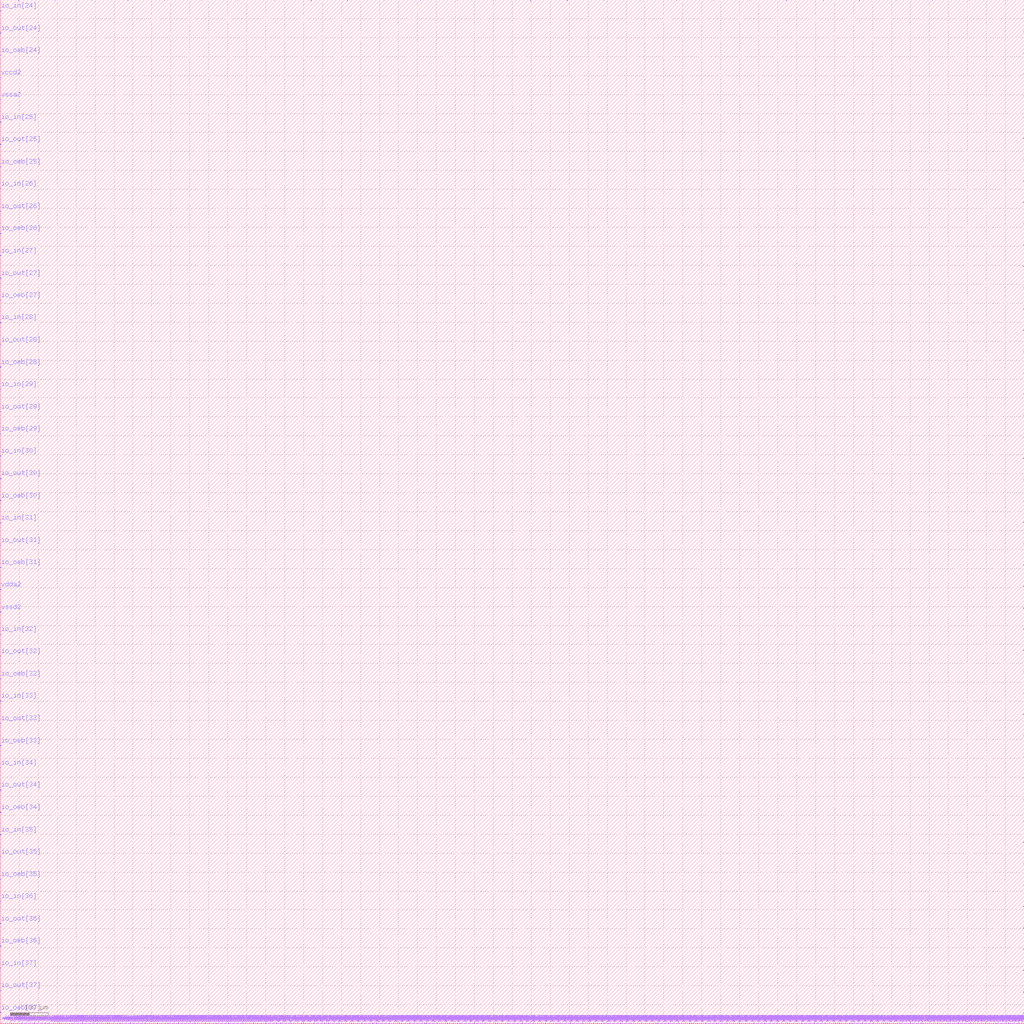
<source format=lef>
VERSION 5.7 ;
  NOWIREEXTENSIONATPIN ON ;
  DIVIDERCHAR "/" ;
  BUSBITCHARS "[]" ;
MACRO user_project_wrapper_empty
  CLASS BLOCK ;
  FOREIGN user_project_wrapper_empty ;
  ORIGIN 0.000 0.000 ;
  SIZE 2700.000 BY 2700.000 ;
  PIN io_in[0]
    DIRECTION INPUT ;
    PORT
      LAYER met3 ;
        RECT 2697.600 27.920 2700.000 28.520 ;
    END
  END io_in[0]
  PIN io_in[10]
    DIRECTION INPUT ;
    PORT
      LAYER met3 ;
        RECT 2697.600 1827.880 2700.000 1828.480 ;
    END
  END io_in[10]
  PIN io_in[11]
    DIRECTION INPUT ;
    PORT
      LAYER met3 ;
        RECT 2697.600 1996.520 2700.000 1997.120 ;
    END
  END io_in[11]
  PIN io_in[12]
    DIRECTION INPUT ;
    PORT
      LAYER met3 ;
        RECT 2697.600 2165.160 2700.000 2165.760 ;
    END
  END io_in[12]
  PIN io_in[13]
    DIRECTION INPUT ;
    PORT
      LAYER met3 ;
        RECT 2697.600 2333.800 2700.000 2334.400 ;
    END
  END io_in[13]
  PIN io_in[14]
    DIRECTION INPUT ;
    PORT
      LAYER met3 ;
        RECT 2697.600 2558.880 2700.000 2559.480 ;
    END
  END io_in[14]
  PIN io_in[15]
    DIRECTION INPUT ;
    PORT
      LAYER met2 ;
        RECT 2651.530 2697.600 2651.810 2700.000 ;
    END
  END io_in[15]
  PIN io_in[16]
    DIRECTION INPUT ;
    PORT
      LAYER met2 ;
        RECT 2265.590 2697.600 2265.870 2700.000 ;
    END
  END io_in[16]
  PIN io_in[17]
    DIRECTION INPUT ;
    PORT
      LAYER met2 ;
        RECT 1976.250 2697.600 1976.530 2700.000 ;
    END
  END io_in[17]
  PIN io_in[18]
    DIRECTION INPUT ;
    PORT
      LAYER met2 ;
        RECT 1686.910 2697.600 1687.190 2700.000 ;
    END
  END io_in[18]
  PIN io_in[19]
    DIRECTION INPUT ;
    PORT
      LAYER met2 ;
        RECT 1398.030 2697.600 1398.310 2700.000 ;
    END
  END io_in[19]
  PIN io_in[1]
    DIRECTION INPUT ;
    PORT
      LAYER met3 ;
        RECT 2697.600 196.560 2700.000 197.160 ;
    END
  END io_in[1]
  PIN io_in[20]
    DIRECTION INPUT ;
    PORT
      LAYER met2 ;
        RECT 1108.690 2697.600 1108.970 2700.000 ;
    END
  END io_in[20]
  PIN io_in[21]
    DIRECTION INPUT ;
    PORT
      LAYER met2 ;
        RECT 819.350 2697.600 819.630 2700.000 ;
    END
  END io_in[21]
  PIN io_in[22]
    DIRECTION INPUT ;
    PORT
      LAYER met2 ;
        RECT 530.010 2697.600 530.290 2700.000 ;
    END
  END io_in[22]
  PIN io_in[23]
    DIRECTION INPUT ;
    PORT
      LAYER met2 ;
        RECT 240.670 2697.600 240.950 2700.000 ;
    END
  END io_in[23]
  PIN io_in[24]
    DIRECTION INPUT ;
    PORT
      LAYER met3 ;
        RECT 0.000 2670.400 2.400 2671.000 ;
    END
  END io_in[24]
  PIN io_in[25]
    DIRECTION INPUT ;
    PORT
      LAYER met3 ;
        RECT 0.000 2377.320 2.400 2377.920 ;
    END
  END io_in[25]
  PIN io_in[26]
    DIRECTION INPUT ;
    PORT
      LAYER met3 ;
        RECT 0.000 2201.200 2.400 2201.800 ;
    END
  END io_in[26]
  PIN io_in[27]
    DIRECTION INPUT ;
    PORT
      LAYER met3 ;
        RECT 0.000 2025.080 2.400 2025.680 ;
    END
  END io_in[27]
  PIN io_in[28]
    DIRECTION INPUT ;
    PORT
      LAYER met3 ;
        RECT 0.000 1848.960 2.400 1849.560 ;
    END
  END io_in[28]
  PIN io_in[29]
    DIRECTION INPUT ;
    PORT
      LAYER met3 ;
        RECT 0.000 1672.840 2.400 1673.440 ;
    END
  END io_in[29]
  PIN io_in[2]
    DIRECTION INPUT ;
    PORT
      LAYER met3 ;
        RECT 2697.600 365.200 2700.000 365.800 ;
    END
  END io_in[2]
  PIN io_in[30]
    DIRECTION INPUT ;
    PORT
      LAYER met3 ;
        RECT 0.000 1496.720 2.400 1497.320 ;
    END
  END io_in[30]
  PIN io_in[31]
    DIRECTION INPUT ;
    PORT
      LAYER met3 ;
        RECT 0.000 1320.600 2.400 1321.200 ;
    END
  END io_in[31]
  PIN io_in[32]
    DIRECTION INPUT ;
    PORT
      LAYER met3 ;
        RECT 0.000 1026.840 2.400 1027.440 ;
    END
  END io_in[32]
  PIN io_in[33]
    DIRECTION INPUT ;
    PORT
      LAYER met3 ;
        RECT 0.000 850.720 2.400 851.320 ;
    END
  END io_in[33]
  PIN io_in[34]
    DIRECTION INPUT ;
    PORT
      LAYER met3 ;
        RECT 0.000 674.600 2.400 675.200 ;
    END
  END io_in[34]
  PIN io_in[35]
    DIRECTION INPUT ;
    PORT
      LAYER met3 ;
        RECT 0.000 498.480 2.400 499.080 ;
    END
  END io_in[35]
  PIN io_in[36]
    DIRECTION INPUT ;
    PORT
      LAYER met3 ;
        RECT 0.000 322.360 2.400 322.960 ;
    END
  END io_in[36]
  PIN io_in[37]
    DIRECTION INPUT ;
    PORT
      LAYER met3 ;
        RECT 0.000 146.240 2.400 146.840 ;
    END
  END io_in[37]
  PIN io_in[3]
    DIRECTION INPUT ;
    PORT
      LAYER met3 ;
        RECT 2697.600 533.840 2700.000 534.440 ;
    END
  END io_in[3]
  PIN io_in[4]
    DIRECTION INPUT ;
    PORT
      LAYER met3 ;
        RECT 2697.600 702.480 2700.000 703.080 ;
    END
  END io_in[4]
  PIN io_in[5]
    DIRECTION INPUT ;
    PORT
      LAYER met3 ;
        RECT 2697.600 871.120 2700.000 871.720 ;
    END
  END io_in[5]
  PIN io_in[6]
    DIRECTION INPUT ;
    PORT
      LAYER met3 ;
        RECT 2697.600 1040.440 2700.000 1041.040 ;
    END
  END io_in[6]
  PIN io_in[7]
    DIRECTION INPUT ;
    PORT
      LAYER met3 ;
        RECT 2697.600 1321.280 2700.000 1321.880 ;
    END
  END io_in[7]
  PIN io_in[8]
    DIRECTION INPUT ;
    PORT
      LAYER met3 ;
        RECT 2697.600 1489.920 2700.000 1490.520 ;
    END
  END io_in[8]
  PIN io_in[9]
    DIRECTION INPUT ;
    PORT
      LAYER met3 ;
        RECT 2697.600 1659.240 2700.000 1659.840 ;
    END
  END io_in[9]
  PIN io_oeb[0]
    DIRECTION OUTPUT TRISTATE ;
    PORT
      LAYER met3 ;
        RECT 2697.600 140.120 2700.000 140.720 ;
    END
  END io_oeb[0]
  PIN io_oeb[10]
    DIRECTION OUTPUT TRISTATE ;
    PORT
      LAYER met3 ;
        RECT 2697.600 1940.080 2700.000 1940.680 ;
    END
  END io_oeb[10]
  PIN io_oeb[11]
    DIRECTION OUTPUT TRISTATE ;
    PORT
      LAYER met3 ;
        RECT 2697.600 2108.720 2700.000 2109.320 ;
    END
  END io_oeb[11]
  PIN io_oeb[12]
    DIRECTION OUTPUT TRISTATE ;
    PORT
      LAYER met3 ;
        RECT 2697.600 2278.040 2700.000 2278.640 ;
    END
  END io_oeb[12]
  PIN io_oeb[13]
    DIRECTION OUTPUT TRISTATE ;
    PORT
      LAYER met3 ;
        RECT 2697.600 2446.680 2700.000 2447.280 ;
    END
  END io_oeb[13]
  PIN io_oeb[14]
    DIRECTION OUTPUT TRISTATE ;
    PORT
      LAYER met3 ;
        RECT 2697.600 2671.760 2700.000 2672.360 ;
    END
  END io_oeb[14]
  PIN io_oeb[15]
    DIRECTION OUTPUT TRISTATE ;
    PORT
      LAYER met2 ;
        RECT 2458.790 2697.600 2459.070 2700.000 ;
    END
  END io_oeb[15]
  PIN io_oeb[16]
    DIRECTION OUTPUT TRISTATE ;
    PORT
      LAYER met2 ;
        RECT 2072.850 2697.600 2073.130 2700.000 ;
    END
  END io_oeb[16]
  PIN io_oeb[17]
    DIRECTION OUTPUT TRISTATE ;
    PORT
      LAYER met2 ;
        RECT 1783.510 2697.600 1783.790 2700.000 ;
    END
  END io_oeb[17]
  PIN io_oeb[18]
    DIRECTION OUTPUT TRISTATE ;
    PORT
      LAYER met2 ;
        RECT 1494.170 2697.600 1494.450 2700.000 ;
    END
  END io_oeb[18]
  PIN io_oeb[19]
    DIRECTION OUTPUT TRISTATE ;
    PORT
      LAYER met2 ;
        RECT 1204.830 2697.600 1205.110 2700.000 ;
    END
  END io_oeb[19]
  PIN io_oeb[1]
    DIRECTION OUTPUT TRISTATE ;
    PORT
      LAYER met3 ;
        RECT 2697.600 308.760 2700.000 309.360 ;
    END
  END io_oeb[1]
  PIN io_oeb[20]
    DIRECTION OUTPUT TRISTATE ;
    PORT
      LAYER met2 ;
        RECT 915.490 2697.600 915.770 2700.000 ;
    END
  END io_oeb[20]
  PIN io_oeb[21]
    DIRECTION OUTPUT TRISTATE ;
    PORT
      LAYER met2 ;
        RECT 626.150 2697.600 626.430 2700.000 ;
    END
  END io_oeb[21]
  PIN io_oeb[22]
    DIRECTION OUTPUT TRISTATE ;
    PORT
      LAYER met2 ;
        RECT 336.810 2697.600 337.090 2700.000 ;
    END
  END io_oeb[22]
  PIN io_oeb[23]
    DIRECTION OUTPUT TRISTATE ;
    PORT
      LAYER met2 ;
        RECT 47.930 2697.600 48.210 2700.000 ;
    END
  END io_oeb[23]
  PIN io_oeb[24]
    DIRECTION OUTPUT TRISTATE ;
    PORT
      LAYER met3 ;
        RECT 0.000 2553.440 2.400 2554.040 ;
    END
  END io_oeb[24]
  PIN io_oeb[25]
    DIRECTION OUTPUT TRISTATE ;
    PORT
      LAYER met3 ;
        RECT 0.000 2259.680 2.400 2260.280 ;
    END
  END io_oeb[25]
  PIN io_oeb[26]
    DIRECTION OUTPUT TRISTATE ;
    PORT
      LAYER met3 ;
        RECT 0.000 2083.560 2.400 2084.160 ;
    END
  END io_oeb[26]
  PIN io_oeb[27]
    DIRECTION OUTPUT TRISTATE ;
    PORT
      LAYER met3 ;
        RECT 0.000 1907.440 2.400 1908.040 ;
    END
  END io_oeb[27]
  PIN io_oeb[28]
    DIRECTION OUTPUT TRISTATE ;
    PORT
      LAYER met3 ;
        RECT 0.000 1731.320 2.400 1731.920 ;
    END
  END io_oeb[28]
  PIN io_oeb[29]
    DIRECTION OUTPUT TRISTATE ;
    PORT
      LAYER met3 ;
        RECT 0.000 1555.200 2.400 1555.800 ;
    END
  END io_oeb[29]
  PIN io_oeb[2]
    DIRECTION OUTPUT TRISTATE ;
    PORT
      LAYER met3 ;
        RECT 2697.600 477.400 2700.000 478.000 ;
    END
  END io_oeb[2]
  PIN io_oeb[30]
    DIRECTION OUTPUT TRISTATE ;
    PORT
      LAYER met3 ;
        RECT 0.000 1379.080 2.400 1379.680 ;
    END
  END io_oeb[30]
  PIN io_oeb[31]
    DIRECTION OUTPUT TRISTATE ;
    PORT
      LAYER met3 ;
        RECT 0.000 1202.960 2.400 1203.560 ;
    END
  END io_oeb[31]
  PIN io_oeb[32]
    DIRECTION OUTPUT TRISTATE ;
    PORT
      LAYER met3 ;
        RECT 0.000 909.200 2.400 909.800 ;
    END
  END io_oeb[32]
  PIN io_oeb[33]
    DIRECTION OUTPUT TRISTATE ;
    PORT
      LAYER met3 ;
        RECT 0.000 733.080 2.400 733.680 ;
    END
  END io_oeb[33]
  PIN io_oeb[34]
    DIRECTION OUTPUT TRISTATE ;
    PORT
      LAYER met3 ;
        RECT 0.000 556.960 2.400 557.560 ;
    END
  END io_oeb[34]
  PIN io_oeb[35]
    DIRECTION OUTPUT TRISTATE ;
    PORT
      LAYER met3 ;
        RECT 0.000 380.840 2.400 381.440 ;
    END
  END io_oeb[35]
  PIN io_oeb[36]
    DIRECTION OUTPUT TRISTATE ;
    PORT
      LAYER met3 ;
        RECT 0.000 204.720 2.400 205.320 ;
    END
  END io_oeb[36]
  PIN io_oeb[37]
    DIRECTION OUTPUT TRISTATE ;
    PORT
      LAYER met3 ;
        RECT 0.000 29.280 2.400 29.880 ;
    END
  END io_oeb[37]
  PIN io_oeb[3]
    DIRECTION OUTPUT TRISTATE ;
    PORT
      LAYER met3 ;
        RECT 2697.600 646.720 2700.000 647.320 ;
    END
  END io_oeb[3]
  PIN io_oeb[4]
    DIRECTION OUTPUT TRISTATE ;
    PORT
      LAYER met3 ;
        RECT 2697.600 815.360 2700.000 815.960 ;
    END
  END io_oeb[4]
  PIN io_oeb[5]
    DIRECTION OUTPUT TRISTATE ;
    PORT
      LAYER met3 ;
        RECT 2697.600 984.000 2700.000 984.600 ;
    END
  END io_oeb[5]
  PIN io_oeb[6]
    DIRECTION OUTPUT TRISTATE ;
    PORT
      LAYER met3 ;
        RECT 2697.600 1152.640 2700.000 1153.240 ;
    END
  END io_oeb[6]
  PIN io_oeb[7]
    DIRECTION OUTPUT TRISTATE ;
    PORT
      LAYER met3 ;
        RECT 2697.600 1434.160 2700.000 1434.760 ;
    END
  END io_oeb[7]
  PIN io_oeb[8]
    DIRECTION OUTPUT TRISTATE ;
    PORT
      LAYER met3 ;
        RECT 2697.600 1602.800 2700.000 1603.400 ;
    END
  END io_oeb[8]
  PIN io_oeb[9]
    DIRECTION OUTPUT TRISTATE ;
    PORT
      LAYER met3 ;
        RECT 2697.600 1771.440 2700.000 1772.040 ;
    END
  END io_oeb[9]
  PIN io_out[0]
    DIRECTION OUTPUT TRISTATE ;
    PORT
      LAYER met3 ;
        RECT 2697.600 83.680 2700.000 84.280 ;
    END
  END io_out[0]
  PIN io_out[10]
    DIRECTION OUTPUT TRISTATE ;
    PORT
      LAYER met3 ;
        RECT 2697.600 1884.320 2700.000 1884.920 ;
    END
  END io_out[10]
  PIN io_out[11]
    DIRECTION OUTPUT TRISTATE ;
    PORT
      LAYER met3 ;
        RECT 2697.600 2052.960 2700.000 2053.560 ;
    END
  END io_out[11]
  PIN io_out[12]
    DIRECTION OUTPUT TRISTATE ;
    PORT
      LAYER met3 ;
        RECT 2697.600 2221.600 2700.000 2222.200 ;
    END
  END io_out[12]
  PIN io_out[13]
    DIRECTION OUTPUT TRISTATE ;
    PORT
      LAYER met3 ;
        RECT 2697.600 2390.240 2700.000 2390.840 ;
    END
  END io_out[13]
  PIN io_out[14]
    DIRECTION OUTPUT TRISTATE ;
    PORT
      LAYER met3 ;
        RECT 2697.600 2615.320 2700.000 2615.920 ;
    END
  END io_out[14]
  PIN io_out[15]
    DIRECTION OUTPUT TRISTATE ;
    PORT
      LAYER met2 ;
        RECT 2554.930 2697.600 2555.210 2700.000 ;
    END
  END io_out[15]
  PIN io_out[16]
    DIRECTION OUTPUT TRISTATE ;
    PORT
      LAYER met2 ;
        RECT 2169.450 2697.600 2169.730 2700.000 ;
    END
  END io_out[16]
  PIN io_out[17]
    DIRECTION OUTPUT TRISTATE ;
    PORT
      LAYER met2 ;
        RECT 1880.110 2697.600 1880.390 2700.000 ;
    END
  END io_out[17]
  PIN io_out[18]
    DIRECTION OUTPUT TRISTATE ;
    PORT
      LAYER met2 ;
        RECT 1590.770 2697.600 1591.050 2700.000 ;
    END
  END io_out[18]
  PIN io_out[19]
    DIRECTION OUTPUT TRISTATE ;
    PORT
      LAYER met2 ;
        RECT 1301.430 2697.600 1301.710 2700.000 ;
    END
  END io_out[19]
  PIN io_out[1]
    DIRECTION OUTPUT TRISTATE ;
    PORT
      LAYER met3 ;
        RECT 2697.600 252.320 2700.000 252.920 ;
    END
  END io_out[1]
  PIN io_out[20]
    DIRECTION OUTPUT TRISTATE ;
    PORT
      LAYER met2 ;
        RECT 1012.090 2697.600 1012.370 2700.000 ;
    END
  END io_out[20]
  PIN io_out[21]
    DIRECTION OUTPUT TRISTATE ;
    PORT
      LAYER met2 ;
        RECT 722.750 2697.600 723.030 2700.000 ;
    END
  END io_out[21]
  PIN io_out[22]
    DIRECTION OUTPUT TRISTATE ;
    PORT
      LAYER met2 ;
        RECT 433.410 2697.600 433.690 2700.000 ;
    END
  END io_out[22]
  PIN io_out[23]
    DIRECTION OUTPUT TRISTATE ;
    PORT
      LAYER met2 ;
        RECT 144.070 2697.600 144.350 2700.000 ;
    END
  END io_out[23]
  PIN io_out[24]
    DIRECTION OUTPUT TRISTATE ;
    PORT
      LAYER met3 ;
        RECT 0.000 2611.920 2.400 2612.520 ;
    END
  END io_out[24]
  PIN io_out[25]
    DIRECTION OUTPUT TRISTATE ;
    PORT
      LAYER met3 ;
        RECT 0.000 2318.160 2.400 2318.760 ;
    END
  END io_out[25]
  PIN io_out[26]
    DIRECTION OUTPUT TRISTATE ;
    PORT
      LAYER met3 ;
        RECT 0.000 2142.040 2.400 2142.640 ;
    END
  END io_out[26]
  PIN io_out[27]
    DIRECTION OUTPUT TRISTATE ;
    PORT
      LAYER met3 ;
        RECT 0.000 1965.920 2.400 1966.520 ;
    END
  END io_out[27]
  PIN io_out[28]
    DIRECTION OUTPUT TRISTATE ;
    PORT
      LAYER met3 ;
        RECT 0.000 1789.800 2.400 1790.400 ;
    END
  END io_out[28]
  PIN io_out[29]
    DIRECTION OUTPUT TRISTATE ;
    PORT
      LAYER met3 ;
        RECT 0.000 1613.680 2.400 1614.280 ;
    END
  END io_out[29]
  PIN io_out[2]
    DIRECTION OUTPUT TRISTATE ;
    PORT
      LAYER met3 ;
        RECT 2697.600 421.640 2700.000 422.240 ;
    END
  END io_out[2]
  PIN io_out[30]
    DIRECTION OUTPUT TRISTATE ;
    PORT
      LAYER met3 ;
        RECT 0.000 1437.560 2.400 1438.160 ;
    END
  END io_out[30]
  PIN io_out[31]
    DIRECTION OUTPUT TRISTATE ;
    PORT
      LAYER met3 ;
        RECT 0.000 1261.440 2.400 1262.040 ;
    END
  END io_out[31]
  PIN io_out[32]
    DIRECTION OUTPUT TRISTATE ;
    PORT
      LAYER met3 ;
        RECT 0.000 968.360 2.400 968.960 ;
    END
  END io_out[32]
  PIN io_out[33]
    DIRECTION OUTPUT TRISTATE ;
    PORT
      LAYER met3 ;
        RECT 0.000 792.240 2.400 792.840 ;
    END
  END io_out[33]
  PIN io_out[34]
    DIRECTION OUTPUT TRISTATE ;
    PORT
      LAYER met3 ;
        RECT 0.000 616.120 2.400 616.720 ;
    END
  END io_out[34]
  PIN io_out[35]
    DIRECTION OUTPUT TRISTATE ;
    PORT
      LAYER met3 ;
        RECT 0.000 440.000 2.400 440.600 ;
    END
  END io_out[35]
  PIN io_out[36]
    DIRECTION OUTPUT TRISTATE ;
    PORT
      LAYER met3 ;
        RECT 0.000 263.880 2.400 264.480 ;
    END
  END io_out[36]
  PIN io_out[37]
    DIRECTION OUTPUT TRISTATE ;
    PORT
      LAYER met3 ;
        RECT 0.000 87.760 2.400 88.360 ;
    END
  END io_out[37]
  PIN io_out[3]
    DIRECTION OUTPUT TRISTATE ;
    PORT
      LAYER met3 ;
        RECT 2697.600 590.280 2700.000 590.880 ;
    END
  END io_out[3]
  PIN io_out[4]
    DIRECTION OUTPUT TRISTATE ;
    PORT
      LAYER met3 ;
        RECT 2697.600 758.920 2700.000 759.520 ;
    END
  END io_out[4]
  PIN io_out[5]
    DIRECTION OUTPUT TRISTATE ;
    PORT
      LAYER met3 ;
        RECT 2697.600 927.560 2700.000 928.160 ;
    END
  END io_out[5]
  PIN io_out[6]
    DIRECTION OUTPUT TRISTATE ;
    PORT
      LAYER met3 ;
        RECT 2697.600 1096.200 2700.000 1096.800 ;
    END
  END io_out[6]
  PIN io_out[7]
    DIRECTION OUTPUT TRISTATE ;
    PORT
      LAYER met3 ;
        RECT 2697.600 1377.720 2700.000 1378.320 ;
    END
  END io_out[7]
  PIN io_out[8]
    DIRECTION OUTPUT TRISTATE ;
    PORT
      LAYER met3 ;
        RECT 2697.600 1546.360 2700.000 1546.960 ;
    END
  END io_out[8]
  PIN io_out[9]
    DIRECTION OUTPUT TRISTATE ;
    PORT
      LAYER met3 ;
        RECT 2697.600 1715.000 2700.000 1715.600 ;
    END
  END io_out[9]
  PIN la_data_in[0]
    DIRECTION INPUT ;
    PORT
      LAYER met2 ;
        RECT 585.210 0.000 585.490 2.400 ;
    END
  END la_data_in[0]
  PIN la_data_in[100]
    DIRECTION INPUT ;
    PORT
      LAYER met2 ;
        RECT 2234.770 0.000 2235.050 2.400 ;
    END
  END la_data_in[100]
  PIN la_data_in[101]
    DIRECTION INPUT ;
    PORT
      LAYER met2 ;
        RECT 2251.330 0.000 2251.610 2.400 ;
    END
  END la_data_in[101]
  PIN la_data_in[102]
    DIRECTION INPUT ;
    PORT
      LAYER met2 ;
        RECT 2267.890 0.000 2268.170 2.400 ;
    END
  END la_data_in[102]
  PIN la_data_in[103]
    DIRECTION INPUT ;
    PORT
      LAYER met2 ;
        RECT 2284.450 0.000 2284.730 2.400 ;
    END
  END la_data_in[103]
  PIN la_data_in[104]
    DIRECTION INPUT ;
    PORT
      LAYER met2 ;
        RECT 2301.010 0.000 2301.290 2.400 ;
    END
  END la_data_in[104]
  PIN la_data_in[105]
    DIRECTION INPUT ;
    PORT
      LAYER met2 ;
        RECT 2317.570 0.000 2317.850 2.400 ;
    END
  END la_data_in[105]
  PIN la_data_in[106]
    DIRECTION INPUT ;
    PORT
      LAYER met2 ;
        RECT 2334.130 0.000 2334.410 2.400 ;
    END
  END la_data_in[106]
  PIN la_data_in[107]
    DIRECTION INPUT ;
    PORT
      LAYER met2 ;
        RECT 2350.230 0.000 2350.510 2.400 ;
    END
  END la_data_in[107]
  PIN la_data_in[108]
    DIRECTION INPUT ;
    PORT
      LAYER met2 ;
        RECT 2366.790 0.000 2367.070 2.400 ;
    END
  END la_data_in[108]
  PIN la_data_in[109]
    DIRECTION INPUT ;
    PORT
      LAYER met2 ;
        RECT 2383.350 0.000 2383.630 2.400 ;
    END
  END la_data_in[109]
  PIN la_data_in[10]
    DIRECTION INPUT ;
    PORT
      LAYER met2 ;
        RECT 749.890 0.000 750.170 2.400 ;
    END
  END la_data_in[10]
  PIN la_data_in[110]
    DIRECTION INPUT ;
    PORT
      LAYER met2 ;
        RECT 2399.910 0.000 2400.190 2.400 ;
    END
  END la_data_in[110]
  PIN la_data_in[111]
    DIRECTION INPUT ;
    PORT
      LAYER met2 ;
        RECT 2416.470 0.000 2416.750 2.400 ;
    END
  END la_data_in[111]
  PIN la_data_in[112]
    DIRECTION INPUT ;
    PORT
      LAYER met2 ;
        RECT 2433.030 0.000 2433.310 2.400 ;
    END
  END la_data_in[112]
  PIN la_data_in[113]
    DIRECTION INPUT ;
    PORT
      LAYER met2 ;
        RECT 2449.590 0.000 2449.870 2.400 ;
    END
  END la_data_in[113]
  PIN la_data_in[114]
    DIRECTION INPUT ;
    PORT
      LAYER met2 ;
        RECT 2465.690 0.000 2465.970 2.400 ;
    END
  END la_data_in[114]
  PIN la_data_in[115]
    DIRECTION INPUT ;
    PORT
      LAYER met2 ;
        RECT 2482.250 0.000 2482.530 2.400 ;
    END
  END la_data_in[115]
  PIN la_data_in[116]
    DIRECTION INPUT ;
    PORT
      LAYER met2 ;
        RECT 2498.810 0.000 2499.090 2.400 ;
    END
  END la_data_in[116]
  PIN la_data_in[117]
    DIRECTION INPUT ;
    PORT
      LAYER met2 ;
        RECT 2515.370 0.000 2515.650 2.400 ;
    END
  END la_data_in[117]
  PIN la_data_in[118]
    DIRECTION INPUT ;
    PORT
      LAYER met2 ;
        RECT 2531.930 0.000 2532.210 2.400 ;
    END
  END la_data_in[118]
  PIN la_data_in[119]
    DIRECTION INPUT ;
    PORT
      LAYER met2 ;
        RECT 2548.490 0.000 2548.770 2.400 ;
    END
  END la_data_in[119]
  PIN la_data_in[11]
    DIRECTION INPUT ;
    PORT
      LAYER met2 ;
        RECT 766.450 0.000 766.730 2.400 ;
    END
  END la_data_in[11]
  PIN la_data_in[120]
    DIRECTION INPUT ;
    PORT
      LAYER met2 ;
        RECT 2565.050 0.000 2565.330 2.400 ;
    END
  END la_data_in[120]
  PIN la_data_in[121]
    DIRECTION INPUT ;
    PORT
      LAYER met2 ;
        RECT 2581.150 0.000 2581.430 2.400 ;
    END
  END la_data_in[121]
  PIN la_data_in[122]
    DIRECTION INPUT ;
    PORT
      LAYER met2 ;
        RECT 2597.710 0.000 2597.990 2.400 ;
    END
  END la_data_in[122]
  PIN la_data_in[123]
    DIRECTION INPUT ;
    PORT
      LAYER met2 ;
        RECT 2614.270 0.000 2614.550 2.400 ;
    END
  END la_data_in[123]
  PIN la_data_in[124]
    DIRECTION INPUT ;
    PORT
      LAYER met2 ;
        RECT 2630.830 0.000 2631.110 2.400 ;
    END
  END la_data_in[124]
  PIN la_data_in[125]
    DIRECTION INPUT ;
    PORT
      LAYER met2 ;
        RECT 2647.390 0.000 2647.670 2.400 ;
    END
  END la_data_in[125]
  PIN la_data_in[126]
    DIRECTION INPUT ;
    PORT
      LAYER met2 ;
        RECT 2663.950 0.000 2664.230 2.400 ;
    END
  END la_data_in[126]
  PIN la_data_in[127]
    DIRECTION INPUT ;
    PORT
      LAYER met2 ;
        RECT 2680.510 0.000 2680.790 2.400 ;
    END
  END la_data_in[127]
  PIN la_data_in[12]
    DIRECTION INPUT ;
    PORT
      LAYER met2 ;
        RECT 783.010 0.000 783.290 2.400 ;
    END
  END la_data_in[12]
  PIN la_data_in[13]
    DIRECTION INPUT ;
    PORT
      LAYER met2 ;
        RECT 799.570 0.000 799.850 2.400 ;
    END
  END la_data_in[13]
  PIN la_data_in[14]
    DIRECTION INPUT ;
    PORT
      LAYER met2 ;
        RECT 816.130 0.000 816.410 2.400 ;
    END
  END la_data_in[14]
  PIN la_data_in[15]
    DIRECTION INPUT ;
    PORT
      LAYER met2 ;
        RECT 832.690 0.000 832.970 2.400 ;
    END
  END la_data_in[15]
  PIN la_data_in[16]
    DIRECTION INPUT ;
    PORT
      LAYER met2 ;
        RECT 849.250 0.000 849.530 2.400 ;
    END
  END la_data_in[16]
  PIN la_data_in[17]
    DIRECTION INPUT ;
    PORT
      LAYER met2 ;
        RECT 865.350 0.000 865.630 2.400 ;
    END
  END la_data_in[17]
  PIN la_data_in[18]
    DIRECTION INPUT ;
    PORT
      LAYER met2 ;
        RECT 881.910 0.000 882.190 2.400 ;
    END
  END la_data_in[18]
  PIN la_data_in[19]
    DIRECTION INPUT ;
    PORT
      LAYER met2 ;
        RECT 898.470 0.000 898.750 2.400 ;
    END
  END la_data_in[19]
  PIN la_data_in[1]
    DIRECTION INPUT ;
    PORT
      LAYER met2 ;
        RECT 601.770 0.000 602.050 2.400 ;
    END
  END la_data_in[1]
  PIN la_data_in[20]
    DIRECTION INPUT ;
    PORT
      LAYER met2 ;
        RECT 915.030 0.000 915.310 2.400 ;
    END
  END la_data_in[20]
  PIN la_data_in[21]
    DIRECTION INPUT ;
    PORT
      LAYER met2 ;
        RECT 931.590 0.000 931.870 2.400 ;
    END
  END la_data_in[21]
  PIN la_data_in[22]
    DIRECTION INPUT ;
    PORT
      LAYER met2 ;
        RECT 948.150 0.000 948.430 2.400 ;
    END
  END la_data_in[22]
  PIN la_data_in[23]
    DIRECTION INPUT ;
    PORT
      LAYER met2 ;
        RECT 964.710 0.000 964.990 2.400 ;
    END
  END la_data_in[23]
  PIN la_data_in[24]
    DIRECTION INPUT ;
    PORT
      LAYER met2 ;
        RECT 981.270 0.000 981.550 2.400 ;
    END
  END la_data_in[24]
  PIN la_data_in[25]
    DIRECTION INPUT ;
    PORT
      LAYER met2 ;
        RECT 997.370 0.000 997.650 2.400 ;
    END
  END la_data_in[25]
  PIN la_data_in[26]
    DIRECTION INPUT ;
    PORT
      LAYER met2 ;
        RECT 1013.930 0.000 1014.210 2.400 ;
    END
  END la_data_in[26]
  PIN la_data_in[27]
    DIRECTION INPUT ;
    PORT
      LAYER met2 ;
        RECT 1030.490 0.000 1030.770 2.400 ;
    END
  END la_data_in[27]
  PIN la_data_in[28]
    DIRECTION INPUT ;
    PORT
      LAYER met2 ;
        RECT 1047.050 0.000 1047.330 2.400 ;
    END
  END la_data_in[28]
  PIN la_data_in[29]
    DIRECTION INPUT ;
    PORT
      LAYER met2 ;
        RECT 1063.610 0.000 1063.890 2.400 ;
    END
  END la_data_in[29]
  PIN la_data_in[2]
    DIRECTION INPUT ;
    PORT
      LAYER met2 ;
        RECT 617.870 0.000 618.150 2.400 ;
    END
  END la_data_in[2]
  PIN la_data_in[30]
    DIRECTION INPUT ;
    PORT
      LAYER met2 ;
        RECT 1080.170 0.000 1080.450 2.400 ;
    END
  END la_data_in[30]
  PIN la_data_in[31]
    DIRECTION INPUT ;
    PORT
      LAYER met2 ;
        RECT 1096.730 0.000 1097.010 2.400 ;
    END
  END la_data_in[31]
  PIN la_data_in[32]
    DIRECTION INPUT ;
    PORT
      LAYER met2 ;
        RECT 1112.830 0.000 1113.110 2.400 ;
    END
  END la_data_in[32]
  PIN la_data_in[33]
    DIRECTION INPUT ;
    PORT
      LAYER met2 ;
        RECT 1129.390 0.000 1129.670 2.400 ;
    END
  END la_data_in[33]
  PIN la_data_in[34]
    DIRECTION INPUT ;
    PORT
      LAYER met2 ;
        RECT 1145.950 0.000 1146.230 2.400 ;
    END
  END la_data_in[34]
  PIN la_data_in[35]
    DIRECTION INPUT ;
    PORT
      LAYER met2 ;
        RECT 1162.510 0.000 1162.790 2.400 ;
    END
  END la_data_in[35]
  PIN la_data_in[36]
    DIRECTION INPUT ;
    PORT
      LAYER met2 ;
        RECT 1179.070 0.000 1179.350 2.400 ;
    END
  END la_data_in[36]
  PIN la_data_in[37]
    DIRECTION INPUT ;
    PORT
      LAYER met2 ;
        RECT 1195.630 0.000 1195.910 2.400 ;
    END
  END la_data_in[37]
  PIN la_data_in[38]
    DIRECTION INPUT ;
    PORT
      LAYER met2 ;
        RECT 1212.190 0.000 1212.470 2.400 ;
    END
  END la_data_in[38]
  PIN la_data_in[39]
    DIRECTION INPUT ;
    PORT
      LAYER met2 ;
        RECT 1228.750 0.000 1229.030 2.400 ;
    END
  END la_data_in[39]
  PIN la_data_in[3]
    DIRECTION INPUT ;
    PORT
      LAYER met2 ;
        RECT 634.430 0.000 634.710 2.400 ;
    END
  END la_data_in[3]
  PIN la_data_in[40]
    DIRECTION INPUT ;
    PORT
      LAYER met2 ;
        RECT 1244.850 0.000 1245.130 2.400 ;
    END
  END la_data_in[40]
  PIN la_data_in[41]
    DIRECTION INPUT ;
    PORT
      LAYER met2 ;
        RECT 1261.410 0.000 1261.690 2.400 ;
    END
  END la_data_in[41]
  PIN la_data_in[42]
    DIRECTION INPUT ;
    PORT
      LAYER met2 ;
        RECT 1277.970 0.000 1278.250 2.400 ;
    END
  END la_data_in[42]
  PIN la_data_in[43]
    DIRECTION INPUT ;
    PORT
      LAYER met2 ;
        RECT 1294.530 0.000 1294.810 2.400 ;
    END
  END la_data_in[43]
  PIN la_data_in[44]
    DIRECTION INPUT ;
    PORT
      LAYER met2 ;
        RECT 1311.090 0.000 1311.370 2.400 ;
    END
  END la_data_in[44]
  PIN la_data_in[45]
    DIRECTION INPUT ;
    PORT
      LAYER met2 ;
        RECT 1327.650 0.000 1327.930 2.400 ;
    END
  END la_data_in[45]
  PIN la_data_in[46]
    DIRECTION INPUT ;
    PORT
      LAYER met2 ;
        RECT 1344.210 0.000 1344.490 2.400 ;
    END
  END la_data_in[46]
  PIN la_data_in[47]
    DIRECTION INPUT ;
    PORT
      LAYER met2 ;
        RECT 1360.310 0.000 1360.590 2.400 ;
    END
  END la_data_in[47]
  PIN la_data_in[48]
    DIRECTION INPUT ;
    PORT
      LAYER met2 ;
        RECT 1376.870 0.000 1377.150 2.400 ;
    END
  END la_data_in[48]
  PIN la_data_in[49]
    DIRECTION INPUT ;
    PORT
      LAYER met2 ;
        RECT 1393.430 0.000 1393.710 2.400 ;
    END
  END la_data_in[49]
  PIN la_data_in[4]
    DIRECTION INPUT ;
    PORT
      LAYER met2 ;
        RECT 650.990 0.000 651.270 2.400 ;
    END
  END la_data_in[4]
  PIN la_data_in[50]
    DIRECTION INPUT ;
    PORT
      LAYER met2 ;
        RECT 1409.990 0.000 1410.270 2.400 ;
    END
  END la_data_in[50]
  PIN la_data_in[51]
    DIRECTION INPUT ;
    PORT
      LAYER met2 ;
        RECT 1426.550 0.000 1426.830 2.400 ;
    END
  END la_data_in[51]
  PIN la_data_in[52]
    DIRECTION INPUT ;
    PORT
      LAYER met2 ;
        RECT 1443.110 0.000 1443.390 2.400 ;
    END
  END la_data_in[52]
  PIN la_data_in[53]
    DIRECTION INPUT ;
    PORT
      LAYER met2 ;
        RECT 1459.670 0.000 1459.950 2.400 ;
    END
  END la_data_in[53]
  PIN la_data_in[54]
    DIRECTION INPUT ;
    PORT
      LAYER met2 ;
        RECT 1475.770 0.000 1476.050 2.400 ;
    END
  END la_data_in[54]
  PIN la_data_in[55]
    DIRECTION INPUT ;
    PORT
      LAYER met2 ;
        RECT 1492.330 0.000 1492.610 2.400 ;
    END
  END la_data_in[55]
  PIN la_data_in[56]
    DIRECTION INPUT ;
    PORT
      LAYER met2 ;
        RECT 1508.890 0.000 1509.170 2.400 ;
    END
  END la_data_in[56]
  PIN la_data_in[57]
    DIRECTION INPUT ;
    PORT
      LAYER met2 ;
        RECT 1525.450 0.000 1525.730 2.400 ;
    END
  END la_data_in[57]
  PIN la_data_in[58]
    DIRECTION INPUT ;
    PORT
      LAYER met2 ;
        RECT 1542.010 0.000 1542.290 2.400 ;
    END
  END la_data_in[58]
  PIN la_data_in[59]
    DIRECTION INPUT ;
    PORT
      LAYER met2 ;
        RECT 1558.570 0.000 1558.850 2.400 ;
    END
  END la_data_in[59]
  PIN la_data_in[5]
    DIRECTION INPUT ;
    PORT
      LAYER met2 ;
        RECT 667.550 0.000 667.830 2.400 ;
    END
  END la_data_in[5]
  PIN la_data_in[60]
    DIRECTION INPUT ;
    PORT
      LAYER met2 ;
        RECT 1575.130 0.000 1575.410 2.400 ;
    END
  END la_data_in[60]
  PIN la_data_in[61]
    DIRECTION INPUT ;
    PORT
      LAYER met2 ;
        RECT 1591.690 0.000 1591.970 2.400 ;
    END
  END la_data_in[61]
  PIN la_data_in[62]
    DIRECTION INPUT ;
    PORT
      LAYER met2 ;
        RECT 1607.790 0.000 1608.070 2.400 ;
    END
  END la_data_in[62]
  PIN la_data_in[63]
    DIRECTION INPUT ;
    PORT
      LAYER met2 ;
        RECT 1624.350 0.000 1624.630 2.400 ;
    END
  END la_data_in[63]
  PIN la_data_in[64]
    DIRECTION INPUT ;
    PORT
      LAYER met2 ;
        RECT 1640.910 0.000 1641.190 2.400 ;
    END
  END la_data_in[64]
  PIN la_data_in[65]
    DIRECTION INPUT ;
    PORT
      LAYER met2 ;
        RECT 1657.470 0.000 1657.750 2.400 ;
    END
  END la_data_in[65]
  PIN la_data_in[66]
    DIRECTION INPUT ;
    PORT
      LAYER met2 ;
        RECT 1674.030 0.000 1674.310 2.400 ;
    END
  END la_data_in[66]
  PIN la_data_in[67]
    DIRECTION INPUT ;
    PORT
      LAYER met2 ;
        RECT 1690.590 0.000 1690.870 2.400 ;
    END
  END la_data_in[67]
  PIN la_data_in[68]
    DIRECTION INPUT ;
    PORT
      LAYER met2 ;
        RECT 1707.150 0.000 1707.430 2.400 ;
    END
  END la_data_in[68]
  PIN la_data_in[69]
    DIRECTION INPUT ;
    PORT
      LAYER met2 ;
        RECT 1723.250 0.000 1723.530 2.400 ;
    END
  END la_data_in[69]
  PIN la_data_in[6]
    DIRECTION INPUT ;
    PORT
      LAYER met2 ;
        RECT 684.110 0.000 684.390 2.400 ;
    END
  END la_data_in[6]
  PIN la_data_in[70]
    DIRECTION INPUT ;
    PORT
      LAYER met2 ;
        RECT 1739.810 0.000 1740.090 2.400 ;
    END
  END la_data_in[70]
  PIN la_data_in[71]
    DIRECTION INPUT ;
    PORT
      LAYER met2 ;
        RECT 1756.370 0.000 1756.650 2.400 ;
    END
  END la_data_in[71]
  PIN la_data_in[72]
    DIRECTION INPUT ;
    PORT
      LAYER met2 ;
        RECT 1772.930 0.000 1773.210 2.400 ;
    END
  END la_data_in[72]
  PIN la_data_in[73]
    DIRECTION INPUT ;
    PORT
      LAYER met2 ;
        RECT 1789.490 0.000 1789.770 2.400 ;
    END
  END la_data_in[73]
  PIN la_data_in[74]
    DIRECTION INPUT ;
    PORT
      LAYER met2 ;
        RECT 1806.050 0.000 1806.330 2.400 ;
    END
  END la_data_in[74]
  PIN la_data_in[75]
    DIRECTION INPUT ;
    PORT
      LAYER met2 ;
        RECT 1822.610 0.000 1822.890 2.400 ;
    END
  END la_data_in[75]
  PIN la_data_in[76]
    DIRECTION INPUT ;
    PORT
      LAYER met2 ;
        RECT 1839.170 0.000 1839.450 2.400 ;
    END
  END la_data_in[76]
  PIN la_data_in[77]
    DIRECTION INPUT ;
    PORT
      LAYER met2 ;
        RECT 1855.270 0.000 1855.550 2.400 ;
    END
  END la_data_in[77]
  PIN la_data_in[78]
    DIRECTION INPUT ;
    PORT
      LAYER met2 ;
        RECT 1871.830 0.000 1872.110 2.400 ;
    END
  END la_data_in[78]
  PIN la_data_in[79]
    DIRECTION INPUT ;
    PORT
      LAYER met2 ;
        RECT 1888.390 0.000 1888.670 2.400 ;
    END
  END la_data_in[79]
  PIN la_data_in[7]
    DIRECTION INPUT ;
    PORT
      LAYER met2 ;
        RECT 700.670 0.000 700.950 2.400 ;
    END
  END la_data_in[7]
  PIN la_data_in[80]
    DIRECTION INPUT ;
    PORT
      LAYER met2 ;
        RECT 1904.950 0.000 1905.230 2.400 ;
    END
  END la_data_in[80]
  PIN la_data_in[81]
    DIRECTION INPUT ;
    PORT
      LAYER met2 ;
        RECT 1921.510 0.000 1921.790 2.400 ;
    END
  END la_data_in[81]
  PIN la_data_in[82]
    DIRECTION INPUT ;
    PORT
      LAYER met2 ;
        RECT 1938.070 0.000 1938.350 2.400 ;
    END
  END la_data_in[82]
  PIN la_data_in[83]
    DIRECTION INPUT ;
    PORT
      LAYER met2 ;
        RECT 1954.630 0.000 1954.910 2.400 ;
    END
  END la_data_in[83]
  PIN la_data_in[84]
    DIRECTION INPUT ;
    PORT
      LAYER met2 ;
        RECT 1970.730 0.000 1971.010 2.400 ;
    END
  END la_data_in[84]
  PIN la_data_in[85]
    DIRECTION INPUT ;
    PORT
      LAYER met2 ;
        RECT 1987.290 0.000 1987.570 2.400 ;
    END
  END la_data_in[85]
  PIN la_data_in[86]
    DIRECTION INPUT ;
    PORT
      LAYER met2 ;
        RECT 2003.850 0.000 2004.130 2.400 ;
    END
  END la_data_in[86]
  PIN la_data_in[87]
    DIRECTION INPUT ;
    PORT
      LAYER met2 ;
        RECT 2020.410 0.000 2020.690 2.400 ;
    END
  END la_data_in[87]
  PIN la_data_in[88]
    DIRECTION INPUT ;
    PORT
      LAYER met2 ;
        RECT 2036.970 0.000 2037.250 2.400 ;
    END
  END la_data_in[88]
  PIN la_data_in[89]
    DIRECTION INPUT ;
    PORT
      LAYER met2 ;
        RECT 2053.530 0.000 2053.810 2.400 ;
    END
  END la_data_in[89]
  PIN la_data_in[8]
    DIRECTION INPUT ;
    PORT
      LAYER met2 ;
        RECT 717.230 0.000 717.510 2.400 ;
    END
  END la_data_in[8]
  PIN la_data_in[90]
    DIRECTION INPUT ;
    PORT
      LAYER met2 ;
        RECT 2070.090 0.000 2070.370 2.400 ;
    END
  END la_data_in[90]
  PIN la_data_in[91]
    DIRECTION INPUT ;
    PORT
      LAYER met2 ;
        RECT 2086.650 0.000 2086.930 2.400 ;
    END
  END la_data_in[91]
  PIN la_data_in[92]
    DIRECTION INPUT ;
    PORT
      LAYER met2 ;
        RECT 2102.750 0.000 2103.030 2.400 ;
    END
  END la_data_in[92]
  PIN la_data_in[93]
    DIRECTION INPUT ;
    PORT
      LAYER met2 ;
        RECT 2119.310 0.000 2119.590 2.400 ;
    END
  END la_data_in[93]
  PIN la_data_in[94]
    DIRECTION INPUT ;
    PORT
      LAYER met2 ;
        RECT 2135.870 0.000 2136.150 2.400 ;
    END
  END la_data_in[94]
  PIN la_data_in[95]
    DIRECTION INPUT ;
    PORT
      LAYER met2 ;
        RECT 2152.430 0.000 2152.710 2.400 ;
    END
  END la_data_in[95]
  PIN la_data_in[96]
    DIRECTION INPUT ;
    PORT
      LAYER met2 ;
        RECT 2168.990 0.000 2169.270 2.400 ;
    END
  END la_data_in[96]
  PIN la_data_in[97]
    DIRECTION INPUT ;
    PORT
      LAYER met2 ;
        RECT 2185.550 0.000 2185.830 2.400 ;
    END
  END la_data_in[97]
  PIN la_data_in[98]
    DIRECTION INPUT ;
    PORT
      LAYER met2 ;
        RECT 2202.110 0.000 2202.390 2.400 ;
    END
  END la_data_in[98]
  PIN la_data_in[99]
    DIRECTION INPUT ;
    PORT
      LAYER met2 ;
        RECT 2218.210 0.000 2218.490 2.400 ;
    END
  END la_data_in[99]
  PIN la_data_in[9]
    DIRECTION INPUT ;
    PORT
      LAYER met2 ;
        RECT 733.790 0.000 734.070 2.400 ;
    END
  END la_data_in[9]
  PIN la_data_out[0]
    DIRECTION OUTPUT TRISTATE ;
    PORT
      LAYER met2 ;
        RECT 590.730 0.000 591.010 2.400 ;
    END
  END la_data_out[0]
  PIN la_data_out[100]
    DIRECTION OUTPUT TRISTATE ;
    PORT
      LAYER met2 ;
        RECT 2240.290 0.000 2240.570 2.400 ;
    END
  END la_data_out[100]
  PIN la_data_out[101]
    DIRECTION OUTPUT TRISTATE ;
    PORT
      LAYER met2 ;
        RECT 2256.850 0.000 2257.130 2.400 ;
    END
  END la_data_out[101]
  PIN la_data_out[102]
    DIRECTION OUTPUT TRISTATE ;
    PORT
      LAYER met2 ;
        RECT 2273.410 0.000 2273.690 2.400 ;
    END
  END la_data_out[102]
  PIN la_data_out[103]
    DIRECTION OUTPUT TRISTATE ;
    PORT
      LAYER met2 ;
        RECT 2289.970 0.000 2290.250 2.400 ;
    END
  END la_data_out[103]
  PIN la_data_out[104]
    DIRECTION OUTPUT TRISTATE ;
    PORT
      LAYER met2 ;
        RECT 2306.530 0.000 2306.810 2.400 ;
    END
  END la_data_out[104]
  PIN la_data_out[105]
    DIRECTION OUTPUT TRISTATE ;
    PORT
      LAYER met2 ;
        RECT 2323.090 0.000 2323.370 2.400 ;
    END
  END la_data_out[105]
  PIN la_data_out[106]
    DIRECTION OUTPUT TRISTATE ;
    PORT
      LAYER met2 ;
        RECT 2339.190 0.000 2339.470 2.400 ;
    END
  END la_data_out[106]
  PIN la_data_out[107]
    DIRECTION OUTPUT TRISTATE ;
    PORT
      LAYER met2 ;
        RECT 2355.750 0.000 2356.030 2.400 ;
    END
  END la_data_out[107]
  PIN la_data_out[108]
    DIRECTION OUTPUT TRISTATE ;
    PORT
      LAYER met2 ;
        RECT 2372.310 0.000 2372.590 2.400 ;
    END
  END la_data_out[108]
  PIN la_data_out[109]
    DIRECTION OUTPUT TRISTATE ;
    PORT
      LAYER met2 ;
        RECT 2388.870 0.000 2389.150 2.400 ;
    END
  END la_data_out[109]
  PIN la_data_out[10]
    DIRECTION OUTPUT TRISTATE ;
    PORT
      LAYER met2 ;
        RECT 755.410 0.000 755.690 2.400 ;
    END
  END la_data_out[10]
  PIN la_data_out[110]
    DIRECTION OUTPUT TRISTATE ;
    PORT
      LAYER met2 ;
        RECT 2405.430 0.000 2405.710 2.400 ;
    END
  END la_data_out[110]
  PIN la_data_out[111]
    DIRECTION OUTPUT TRISTATE ;
    PORT
      LAYER met2 ;
        RECT 2421.990 0.000 2422.270 2.400 ;
    END
  END la_data_out[111]
  PIN la_data_out[112]
    DIRECTION OUTPUT TRISTATE ;
    PORT
      LAYER met2 ;
        RECT 2438.550 0.000 2438.830 2.400 ;
    END
  END la_data_out[112]
  PIN la_data_out[113]
    DIRECTION OUTPUT TRISTATE ;
    PORT
      LAYER met2 ;
        RECT 2455.110 0.000 2455.390 2.400 ;
    END
  END la_data_out[113]
  PIN la_data_out[114]
    DIRECTION OUTPUT TRISTATE ;
    PORT
      LAYER met2 ;
        RECT 2471.210 0.000 2471.490 2.400 ;
    END
  END la_data_out[114]
  PIN la_data_out[115]
    DIRECTION OUTPUT TRISTATE ;
    PORT
      LAYER met2 ;
        RECT 2487.770 0.000 2488.050 2.400 ;
    END
  END la_data_out[115]
  PIN la_data_out[116]
    DIRECTION OUTPUT TRISTATE ;
    PORT
      LAYER met2 ;
        RECT 2504.330 0.000 2504.610 2.400 ;
    END
  END la_data_out[116]
  PIN la_data_out[117]
    DIRECTION OUTPUT TRISTATE ;
    PORT
      LAYER met2 ;
        RECT 2520.890 0.000 2521.170 2.400 ;
    END
  END la_data_out[117]
  PIN la_data_out[118]
    DIRECTION OUTPUT TRISTATE ;
    PORT
      LAYER met2 ;
        RECT 2537.450 0.000 2537.730 2.400 ;
    END
  END la_data_out[118]
  PIN la_data_out[119]
    DIRECTION OUTPUT TRISTATE ;
    PORT
      LAYER met2 ;
        RECT 2554.010 0.000 2554.290 2.400 ;
    END
  END la_data_out[119]
  PIN la_data_out[11]
    DIRECTION OUTPUT TRISTATE ;
    PORT
      LAYER met2 ;
        RECT 771.970 0.000 772.250 2.400 ;
    END
  END la_data_out[11]
  PIN la_data_out[120]
    DIRECTION OUTPUT TRISTATE ;
    PORT
      LAYER met2 ;
        RECT 2570.570 0.000 2570.850 2.400 ;
    END
  END la_data_out[120]
  PIN la_data_out[121]
    DIRECTION OUTPUT TRISTATE ;
    PORT
      LAYER met2 ;
        RECT 2586.670 0.000 2586.950 2.400 ;
    END
  END la_data_out[121]
  PIN la_data_out[122]
    DIRECTION OUTPUT TRISTATE ;
    PORT
      LAYER met2 ;
        RECT 2603.230 0.000 2603.510 2.400 ;
    END
  END la_data_out[122]
  PIN la_data_out[123]
    DIRECTION OUTPUT TRISTATE ;
    PORT
      LAYER met2 ;
        RECT 2619.790 0.000 2620.070 2.400 ;
    END
  END la_data_out[123]
  PIN la_data_out[124]
    DIRECTION OUTPUT TRISTATE ;
    PORT
      LAYER met2 ;
        RECT 2636.350 0.000 2636.630 2.400 ;
    END
  END la_data_out[124]
  PIN la_data_out[125]
    DIRECTION OUTPUT TRISTATE ;
    PORT
      LAYER met2 ;
        RECT 2652.910 0.000 2653.190 2.400 ;
    END
  END la_data_out[125]
  PIN la_data_out[126]
    DIRECTION OUTPUT TRISTATE ;
    PORT
      LAYER met2 ;
        RECT 2669.470 0.000 2669.750 2.400 ;
    END
  END la_data_out[126]
  PIN la_data_out[127]
    DIRECTION OUTPUT TRISTATE ;
    PORT
      LAYER met2 ;
        RECT 2686.030 0.000 2686.310 2.400 ;
    END
  END la_data_out[127]
  PIN la_data_out[12]
    DIRECTION OUTPUT TRISTATE ;
    PORT
      LAYER met2 ;
        RECT 788.530 0.000 788.810 2.400 ;
    END
  END la_data_out[12]
  PIN la_data_out[13]
    DIRECTION OUTPUT TRISTATE ;
    PORT
      LAYER met2 ;
        RECT 805.090 0.000 805.370 2.400 ;
    END
  END la_data_out[13]
  PIN la_data_out[14]
    DIRECTION OUTPUT TRISTATE ;
    PORT
      LAYER met2 ;
        RECT 821.650 0.000 821.930 2.400 ;
    END
  END la_data_out[14]
  PIN la_data_out[15]
    DIRECTION OUTPUT TRISTATE ;
    PORT
      LAYER met2 ;
        RECT 838.210 0.000 838.490 2.400 ;
    END
  END la_data_out[15]
  PIN la_data_out[16]
    DIRECTION OUTPUT TRISTATE ;
    PORT
      LAYER met2 ;
        RECT 854.770 0.000 855.050 2.400 ;
    END
  END la_data_out[16]
  PIN la_data_out[17]
    DIRECTION OUTPUT TRISTATE ;
    PORT
      LAYER met2 ;
        RECT 870.870 0.000 871.150 2.400 ;
    END
  END la_data_out[17]
  PIN la_data_out[18]
    DIRECTION OUTPUT TRISTATE ;
    PORT
      LAYER met2 ;
        RECT 887.430 0.000 887.710 2.400 ;
    END
  END la_data_out[18]
  PIN la_data_out[19]
    DIRECTION OUTPUT TRISTATE ;
    PORT
      LAYER met2 ;
        RECT 903.990 0.000 904.270 2.400 ;
    END
  END la_data_out[19]
  PIN la_data_out[1]
    DIRECTION OUTPUT TRISTATE ;
    PORT
      LAYER met2 ;
        RECT 607.290 0.000 607.570 2.400 ;
    END
  END la_data_out[1]
  PIN la_data_out[20]
    DIRECTION OUTPUT TRISTATE ;
    PORT
      LAYER met2 ;
        RECT 920.550 0.000 920.830 2.400 ;
    END
  END la_data_out[20]
  PIN la_data_out[21]
    DIRECTION OUTPUT TRISTATE ;
    PORT
      LAYER met2 ;
        RECT 937.110 0.000 937.390 2.400 ;
    END
  END la_data_out[21]
  PIN la_data_out[22]
    DIRECTION OUTPUT TRISTATE ;
    PORT
      LAYER met2 ;
        RECT 953.670 0.000 953.950 2.400 ;
    END
  END la_data_out[22]
  PIN la_data_out[23]
    DIRECTION OUTPUT TRISTATE ;
    PORT
      LAYER met2 ;
        RECT 970.230 0.000 970.510 2.400 ;
    END
  END la_data_out[23]
  PIN la_data_out[24]
    DIRECTION OUTPUT TRISTATE ;
    PORT
      LAYER met2 ;
        RECT 986.330 0.000 986.610 2.400 ;
    END
  END la_data_out[24]
  PIN la_data_out[25]
    DIRECTION OUTPUT TRISTATE ;
    PORT
      LAYER met2 ;
        RECT 1002.890 0.000 1003.170 2.400 ;
    END
  END la_data_out[25]
  PIN la_data_out[26]
    DIRECTION OUTPUT TRISTATE ;
    PORT
      LAYER met2 ;
        RECT 1019.450 0.000 1019.730 2.400 ;
    END
  END la_data_out[26]
  PIN la_data_out[27]
    DIRECTION OUTPUT TRISTATE ;
    PORT
      LAYER met2 ;
        RECT 1036.010 0.000 1036.290 2.400 ;
    END
  END la_data_out[27]
  PIN la_data_out[28]
    DIRECTION OUTPUT TRISTATE ;
    PORT
      LAYER met2 ;
        RECT 1052.570 0.000 1052.850 2.400 ;
    END
  END la_data_out[28]
  PIN la_data_out[29]
    DIRECTION OUTPUT TRISTATE ;
    PORT
      LAYER met2 ;
        RECT 1069.130 0.000 1069.410 2.400 ;
    END
  END la_data_out[29]
  PIN la_data_out[2]
    DIRECTION OUTPUT TRISTATE ;
    PORT
      LAYER met2 ;
        RECT 623.390 0.000 623.670 2.400 ;
    END
  END la_data_out[2]
  PIN la_data_out[30]
    DIRECTION OUTPUT TRISTATE ;
    PORT
      LAYER met2 ;
        RECT 1085.690 0.000 1085.970 2.400 ;
    END
  END la_data_out[30]
  PIN la_data_out[31]
    DIRECTION OUTPUT TRISTATE ;
    PORT
      LAYER met2 ;
        RECT 1102.250 0.000 1102.530 2.400 ;
    END
  END la_data_out[31]
  PIN la_data_out[32]
    DIRECTION OUTPUT TRISTATE ;
    PORT
      LAYER met2 ;
        RECT 1118.350 0.000 1118.630 2.400 ;
    END
  END la_data_out[32]
  PIN la_data_out[33]
    DIRECTION OUTPUT TRISTATE ;
    PORT
      LAYER met2 ;
        RECT 1134.910 0.000 1135.190 2.400 ;
    END
  END la_data_out[33]
  PIN la_data_out[34]
    DIRECTION OUTPUT TRISTATE ;
    PORT
      LAYER met2 ;
        RECT 1151.470 0.000 1151.750 2.400 ;
    END
  END la_data_out[34]
  PIN la_data_out[35]
    DIRECTION OUTPUT TRISTATE ;
    PORT
      LAYER met2 ;
        RECT 1168.030 0.000 1168.310 2.400 ;
    END
  END la_data_out[35]
  PIN la_data_out[36]
    DIRECTION OUTPUT TRISTATE ;
    PORT
      LAYER met2 ;
        RECT 1184.590 0.000 1184.870 2.400 ;
    END
  END la_data_out[36]
  PIN la_data_out[37]
    DIRECTION OUTPUT TRISTATE ;
    PORT
      LAYER met2 ;
        RECT 1201.150 0.000 1201.430 2.400 ;
    END
  END la_data_out[37]
  PIN la_data_out[38]
    DIRECTION OUTPUT TRISTATE ;
    PORT
      LAYER met2 ;
        RECT 1217.710 0.000 1217.990 2.400 ;
    END
  END la_data_out[38]
  PIN la_data_out[39]
    DIRECTION OUTPUT TRISTATE ;
    PORT
      LAYER met2 ;
        RECT 1233.810 0.000 1234.090 2.400 ;
    END
  END la_data_out[39]
  PIN la_data_out[3]
    DIRECTION OUTPUT TRISTATE ;
    PORT
      LAYER met2 ;
        RECT 639.950 0.000 640.230 2.400 ;
    END
  END la_data_out[3]
  PIN la_data_out[40]
    DIRECTION OUTPUT TRISTATE ;
    PORT
      LAYER met2 ;
        RECT 1250.370 0.000 1250.650 2.400 ;
    END
  END la_data_out[40]
  PIN la_data_out[41]
    DIRECTION OUTPUT TRISTATE ;
    PORT
      LAYER met2 ;
        RECT 1266.930 0.000 1267.210 2.400 ;
    END
  END la_data_out[41]
  PIN la_data_out[42]
    DIRECTION OUTPUT TRISTATE ;
    PORT
      LAYER met2 ;
        RECT 1283.490 0.000 1283.770 2.400 ;
    END
  END la_data_out[42]
  PIN la_data_out[43]
    DIRECTION OUTPUT TRISTATE ;
    PORT
      LAYER met2 ;
        RECT 1300.050 0.000 1300.330 2.400 ;
    END
  END la_data_out[43]
  PIN la_data_out[44]
    DIRECTION OUTPUT TRISTATE ;
    PORT
      LAYER met2 ;
        RECT 1316.610 0.000 1316.890 2.400 ;
    END
  END la_data_out[44]
  PIN la_data_out[45]
    DIRECTION OUTPUT TRISTATE ;
    PORT
      LAYER met2 ;
        RECT 1333.170 0.000 1333.450 2.400 ;
    END
  END la_data_out[45]
  PIN la_data_out[46]
    DIRECTION OUTPUT TRISTATE ;
    PORT
      LAYER met2 ;
        RECT 1349.730 0.000 1350.010 2.400 ;
    END
  END la_data_out[46]
  PIN la_data_out[47]
    DIRECTION OUTPUT TRISTATE ;
    PORT
      LAYER met2 ;
        RECT 1365.830 0.000 1366.110 2.400 ;
    END
  END la_data_out[47]
  PIN la_data_out[48]
    DIRECTION OUTPUT TRISTATE ;
    PORT
      LAYER met2 ;
        RECT 1382.390 0.000 1382.670 2.400 ;
    END
  END la_data_out[48]
  PIN la_data_out[49]
    DIRECTION OUTPUT TRISTATE ;
    PORT
      LAYER met2 ;
        RECT 1398.950 0.000 1399.230 2.400 ;
    END
  END la_data_out[49]
  PIN la_data_out[4]
    DIRECTION OUTPUT TRISTATE ;
    PORT
      LAYER met2 ;
        RECT 656.510 0.000 656.790 2.400 ;
    END
  END la_data_out[4]
  PIN la_data_out[50]
    DIRECTION OUTPUT TRISTATE ;
    PORT
      LAYER met2 ;
        RECT 1415.510 0.000 1415.790 2.400 ;
    END
  END la_data_out[50]
  PIN la_data_out[51]
    DIRECTION OUTPUT TRISTATE ;
    PORT
      LAYER met2 ;
        RECT 1432.070 0.000 1432.350 2.400 ;
    END
  END la_data_out[51]
  PIN la_data_out[52]
    DIRECTION OUTPUT TRISTATE ;
    PORT
      LAYER met2 ;
        RECT 1448.630 0.000 1448.910 2.400 ;
    END
  END la_data_out[52]
  PIN la_data_out[53]
    DIRECTION OUTPUT TRISTATE ;
    PORT
      LAYER met2 ;
        RECT 1465.190 0.000 1465.470 2.400 ;
    END
  END la_data_out[53]
  PIN la_data_out[54]
    DIRECTION OUTPUT TRISTATE ;
    PORT
      LAYER met2 ;
        RECT 1481.290 0.000 1481.570 2.400 ;
    END
  END la_data_out[54]
  PIN la_data_out[55]
    DIRECTION OUTPUT TRISTATE ;
    PORT
      LAYER met2 ;
        RECT 1497.850 0.000 1498.130 2.400 ;
    END
  END la_data_out[55]
  PIN la_data_out[56]
    DIRECTION OUTPUT TRISTATE ;
    PORT
      LAYER met2 ;
        RECT 1514.410 0.000 1514.690 2.400 ;
    END
  END la_data_out[56]
  PIN la_data_out[57]
    DIRECTION OUTPUT TRISTATE ;
    PORT
      LAYER met2 ;
        RECT 1530.970 0.000 1531.250 2.400 ;
    END
  END la_data_out[57]
  PIN la_data_out[58]
    DIRECTION OUTPUT TRISTATE ;
    PORT
      LAYER met2 ;
        RECT 1547.530 0.000 1547.810 2.400 ;
    END
  END la_data_out[58]
  PIN la_data_out[59]
    DIRECTION OUTPUT TRISTATE ;
    PORT
      LAYER met2 ;
        RECT 1564.090 0.000 1564.370 2.400 ;
    END
  END la_data_out[59]
  PIN la_data_out[5]
    DIRECTION OUTPUT TRISTATE ;
    PORT
      LAYER met2 ;
        RECT 673.070 0.000 673.350 2.400 ;
    END
  END la_data_out[5]
  PIN la_data_out[60]
    DIRECTION OUTPUT TRISTATE ;
    PORT
      LAYER met2 ;
        RECT 1580.650 0.000 1580.930 2.400 ;
    END
  END la_data_out[60]
  PIN la_data_out[61]
    DIRECTION OUTPUT TRISTATE ;
    PORT
      LAYER met2 ;
        RECT 1597.210 0.000 1597.490 2.400 ;
    END
  END la_data_out[61]
  PIN la_data_out[62]
    DIRECTION OUTPUT TRISTATE ;
    PORT
      LAYER met2 ;
        RECT 1613.310 0.000 1613.590 2.400 ;
    END
  END la_data_out[62]
  PIN la_data_out[63]
    DIRECTION OUTPUT TRISTATE ;
    PORT
      LAYER met2 ;
        RECT 1629.870 0.000 1630.150 2.400 ;
    END
  END la_data_out[63]
  PIN la_data_out[64]
    DIRECTION OUTPUT TRISTATE ;
    PORT
      LAYER met2 ;
        RECT 1646.430 0.000 1646.710 2.400 ;
    END
  END la_data_out[64]
  PIN la_data_out[65]
    DIRECTION OUTPUT TRISTATE ;
    PORT
      LAYER met2 ;
        RECT 1662.990 0.000 1663.270 2.400 ;
    END
  END la_data_out[65]
  PIN la_data_out[66]
    DIRECTION OUTPUT TRISTATE ;
    PORT
      LAYER met2 ;
        RECT 1679.550 0.000 1679.830 2.400 ;
    END
  END la_data_out[66]
  PIN la_data_out[67]
    DIRECTION OUTPUT TRISTATE ;
    PORT
      LAYER met2 ;
        RECT 1696.110 0.000 1696.390 2.400 ;
    END
  END la_data_out[67]
  PIN la_data_out[68]
    DIRECTION OUTPUT TRISTATE ;
    PORT
      LAYER met2 ;
        RECT 1712.670 0.000 1712.950 2.400 ;
    END
  END la_data_out[68]
  PIN la_data_out[69]
    DIRECTION OUTPUT TRISTATE ;
    PORT
      LAYER met2 ;
        RECT 1728.770 0.000 1729.050 2.400 ;
    END
  END la_data_out[69]
  PIN la_data_out[6]
    DIRECTION OUTPUT TRISTATE ;
    PORT
      LAYER met2 ;
        RECT 689.630 0.000 689.910 2.400 ;
    END
  END la_data_out[6]
  PIN la_data_out[70]
    DIRECTION OUTPUT TRISTATE ;
    PORT
      LAYER met2 ;
        RECT 1745.330 0.000 1745.610 2.400 ;
    END
  END la_data_out[70]
  PIN la_data_out[71]
    DIRECTION OUTPUT TRISTATE ;
    PORT
      LAYER met2 ;
        RECT 1761.890 0.000 1762.170 2.400 ;
    END
  END la_data_out[71]
  PIN la_data_out[72]
    DIRECTION OUTPUT TRISTATE ;
    PORT
      LAYER met2 ;
        RECT 1778.450 0.000 1778.730 2.400 ;
    END
  END la_data_out[72]
  PIN la_data_out[73]
    DIRECTION OUTPUT TRISTATE ;
    PORT
      LAYER met2 ;
        RECT 1795.010 0.000 1795.290 2.400 ;
    END
  END la_data_out[73]
  PIN la_data_out[74]
    DIRECTION OUTPUT TRISTATE ;
    PORT
      LAYER met2 ;
        RECT 1811.570 0.000 1811.850 2.400 ;
    END
  END la_data_out[74]
  PIN la_data_out[75]
    DIRECTION OUTPUT TRISTATE ;
    PORT
      LAYER met2 ;
        RECT 1828.130 0.000 1828.410 2.400 ;
    END
  END la_data_out[75]
  PIN la_data_out[76]
    DIRECTION OUTPUT TRISTATE ;
    PORT
      LAYER met2 ;
        RECT 1844.230 0.000 1844.510 2.400 ;
    END
  END la_data_out[76]
  PIN la_data_out[77]
    DIRECTION OUTPUT TRISTATE ;
    PORT
      LAYER met2 ;
        RECT 1860.790 0.000 1861.070 2.400 ;
    END
  END la_data_out[77]
  PIN la_data_out[78]
    DIRECTION OUTPUT TRISTATE ;
    PORT
      LAYER met2 ;
        RECT 1877.350 0.000 1877.630 2.400 ;
    END
  END la_data_out[78]
  PIN la_data_out[79]
    DIRECTION OUTPUT TRISTATE ;
    PORT
      LAYER met2 ;
        RECT 1893.910 0.000 1894.190 2.400 ;
    END
  END la_data_out[79]
  PIN la_data_out[7]
    DIRECTION OUTPUT TRISTATE ;
    PORT
      LAYER met2 ;
        RECT 706.190 0.000 706.470 2.400 ;
    END
  END la_data_out[7]
  PIN la_data_out[80]
    DIRECTION OUTPUT TRISTATE ;
    PORT
      LAYER met2 ;
        RECT 1910.470 0.000 1910.750 2.400 ;
    END
  END la_data_out[80]
  PIN la_data_out[81]
    DIRECTION OUTPUT TRISTATE ;
    PORT
      LAYER met2 ;
        RECT 1927.030 0.000 1927.310 2.400 ;
    END
  END la_data_out[81]
  PIN la_data_out[82]
    DIRECTION OUTPUT TRISTATE ;
    PORT
      LAYER met2 ;
        RECT 1943.590 0.000 1943.870 2.400 ;
    END
  END la_data_out[82]
  PIN la_data_out[83]
    DIRECTION OUTPUT TRISTATE ;
    PORT
      LAYER met2 ;
        RECT 1960.150 0.000 1960.430 2.400 ;
    END
  END la_data_out[83]
  PIN la_data_out[84]
    DIRECTION OUTPUT TRISTATE ;
    PORT
      LAYER met2 ;
        RECT 1976.250 0.000 1976.530 2.400 ;
    END
  END la_data_out[84]
  PIN la_data_out[85]
    DIRECTION OUTPUT TRISTATE ;
    PORT
      LAYER met2 ;
        RECT 1992.810 0.000 1993.090 2.400 ;
    END
  END la_data_out[85]
  PIN la_data_out[86]
    DIRECTION OUTPUT TRISTATE ;
    PORT
      LAYER met2 ;
        RECT 2009.370 0.000 2009.650 2.400 ;
    END
  END la_data_out[86]
  PIN la_data_out[87]
    DIRECTION OUTPUT TRISTATE ;
    PORT
      LAYER met2 ;
        RECT 2025.930 0.000 2026.210 2.400 ;
    END
  END la_data_out[87]
  PIN la_data_out[88]
    DIRECTION OUTPUT TRISTATE ;
    PORT
      LAYER met2 ;
        RECT 2042.490 0.000 2042.770 2.400 ;
    END
  END la_data_out[88]
  PIN la_data_out[89]
    DIRECTION OUTPUT TRISTATE ;
    PORT
      LAYER met2 ;
        RECT 2059.050 0.000 2059.330 2.400 ;
    END
  END la_data_out[89]
  PIN la_data_out[8]
    DIRECTION OUTPUT TRISTATE ;
    PORT
      LAYER met2 ;
        RECT 722.750 0.000 723.030 2.400 ;
    END
  END la_data_out[8]
  PIN la_data_out[90]
    DIRECTION OUTPUT TRISTATE ;
    PORT
      LAYER met2 ;
        RECT 2075.610 0.000 2075.890 2.400 ;
    END
  END la_data_out[90]
  PIN la_data_out[91]
    DIRECTION OUTPUT TRISTATE ;
    PORT
      LAYER met2 ;
        RECT 2091.710 0.000 2091.990 2.400 ;
    END
  END la_data_out[91]
  PIN la_data_out[92]
    DIRECTION OUTPUT TRISTATE ;
    PORT
      LAYER met2 ;
        RECT 2108.270 0.000 2108.550 2.400 ;
    END
  END la_data_out[92]
  PIN la_data_out[93]
    DIRECTION OUTPUT TRISTATE ;
    PORT
      LAYER met2 ;
        RECT 2124.830 0.000 2125.110 2.400 ;
    END
  END la_data_out[93]
  PIN la_data_out[94]
    DIRECTION OUTPUT TRISTATE ;
    PORT
      LAYER met2 ;
        RECT 2141.390 0.000 2141.670 2.400 ;
    END
  END la_data_out[94]
  PIN la_data_out[95]
    DIRECTION OUTPUT TRISTATE ;
    PORT
      LAYER met2 ;
        RECT 2157.950 0.000 2158.230 2.400 ;
    END
  END la_data_out[95]
  PIN la_data_out[96]
    DIRECTION OUTPUT TRISTATE ;
    PORT
      LAYER met2 ;
        RECT 2174.510 0.000 2174.790 2.400 ;
    END
  END la_data_out[96]
  PIN la_data_out[97]
    DIRECTION OUTPUT TRISTATE ;
    PORT
      LAYER met2 ;
        RECT 2191.070 0.000 2191.350 2.400 ;
    END
  END la_data_out[97]
  PIN la_data_out[98]
    DIRECTION OUTPUT TRISTATE ;
    PORT
      LAYER met2 ;
        RECT 2207.630 0.000 2207.910 2.400 ;
    END
  END la_data_out[98]
  PIN la_data_out[99]
    DIRECTION OUTPUT TRISTATE ;
    PORT
      LAYER met2 ;
        RECT 2223.730 0.000 2224.010 2.400 ;
    END
  END la_data_out[99]
  PIN la_data_out[9]
    DIRECTION OUTPUT TRISTATE ;
    PORT
      LAYER met2 ;
        RECT 738.850 0.000 739.130 2.400 ;
    END
  END la_data_out[9]
  PIN la_oen[0]
    DIRECTION INPUT ;
    PORT
      LAYER met2 ;
        RECT 596.250 0.000 596.530 2.400 ;
    END
  END la_oen[0]
  PIN la_oen[100]
    DIRECTION INPUT ;
    PORT
      LAYER met2 ;
        RECT 2245.810 0.000 2246.090 2.400 ;
    END
  END la_oen[100]
  PIN la_oen[101]
    DIRECTION INPUT ;
    PORT
      LAYER met2 ;
        RECT 2262.370 0.000 2262.650 2.400 ;
    END
  END la_oen[101]
  PIN la_oen[102]
    DIRECTION INPUT ;
    PORT
      LAYER met2 ;
        RECT 2278.930 0.000 2279.210 2.400 ;
    END
  END la_oen[102]
  PIN la_oen[103]
    DIRECTION INPUT ;
    PORT
      LAYER met2 ;
        RECT 2295.490 0.000 2295.770 2.400 ;
    END
  END la_oen[103]
  PIN la_oen[104]
    DIRECTION INPUT ;
    PORT
      LAYER met2 ;
        RECT 2312.050 0.000 2312.330 2.400 ;
    END
  END la_oen[104]
  PIN la_oen[105]
    DIRECTION INPUT ;
    PORT
      LAYER met2 ;
        RECT 2328.610 0.000 2328.890 2.400 ;
    END
  END la_oen[105]
  PIN la_oen[106]
    DIRECTION INPUT ;
    PORT
      LAYER met2 ;
        RECT 2344.710 0.000 2344.990 2.400 ;
    END
  END la_oen[106]
  PIN la_oen[107]
    DIRECTION INPUT ;
    PORT
      LAYER met2 ;
        RECT 2361.270 0.000 2361.550 2.400 ;
    END
  END la_oen[107]
  PIN la_oen[108]
    DIRECTION INPUT ;
    PORT
      LAYER met2 ;
        RECT 2377.830 0.000 2378.110 2.400 ;
    END
  END la_oen[108]
  PIN la_oen[109]
    DIRECTION INPUT ;
    PORT
      LAYER met2 ;
        RECT 2394.390 0.000 2394.670 2.400 ;
    END
  END la_oen[109]
  PIN la_oen[10]
    DIRECTION INPUT ;
    PORT
      LAYER met2 ;
        RECT 760.930 0.000 761.210 2.400 ;
    END
  END la_oen[10]
  PIN la_oen[110]
    DIRECTION INPUT ;
    PORT
      LAYER met2 ;
        RECT 2410.950 0.000 2411.230 2.400 ;
    END
  END la_oen[110]
  PIN la_oen[111]
    DIRECTION INPUT ;
    PORT
      LAYER met2 ;
        RECT 2427.510 0.000 2427.790 2.400 ;
    END
  END la_oen[111]
  PIN la_oen[112]
    DIRECTION INPUT ;
    PORT
      LAYER met2 ;
        RECT 2444.070 0.000 2444.350 2.400 ;
    END
  END la_oen[112]
  PIN la_oen[113]
    DIRECTION INPUT ;
    PORT
      LAYER met2 ;
        RECT 2460.170 0.000 2460.450 2.400 ;
    END
  END la_oen[113]
  PIN la_oen[114]
    DIRECTION INPUT ;
    PORT
      LAYER met2 ;
        RECT 2476.730 0.000 2477.010 2.400 ;
    END
  END la_oen[114]
  PIN la_oen[115]
    DIRECTION INPUT ;
    PORT
      LAYER met2 ;
        RECT 2493.290 0.000 2493.570 2.400 ;
    END
  END la_oen[115]
  PIN la_oen[116]
    DIRECTION INPUT ;
    PORT
      LAYER met2 ;
        RECT 2509.850 0.000 2510.130 2.400 ;
    END
  END la_oen[116]
  PIN la_oen[117]
    DIRECTION INPUT ;
    PORT
      LAYER met2 ;
        RECT 2526.410 0.000 2526.690 2.400 ;
    END
  END la_oen[117]
  PIN la_oen[118]
    DIRECTION INPUT ;
    PORT
      LAYER met2 ;
        RECT 2542.970 0.000 2543.250 2.400 ;
    END
  END la_oen[118]
  PIN la_oen[119]
    DIRECTION INPUT ;
    PORT
      LAYER met2 ;
        RECT 2559.530 0.000 2559.810 2.400 ;
    END
  END la_oen[119]
  PIN la_oen[11]
    DIRECTION INPUT ;
    PORT
      LAYER met2 ;
        RECT 777.490 0.000 777.770 2.400 ;
    END
  END la_oen[11]
  PIN la_oen[120]
    DIRECTION INPUT ;
    PORT
      LAYER met2 ;
        RECT 2576.090 0.000 2576.370 2.400 ;
    END
  END la_oen[120]
  PIN la_oen[121]
    DIRECTION INPUT ;
    PORT
      LAYER met2 ;
        RECT 2592.190 0.000 2592.470 2.400 ;
    END
  END la_oen[121]
  PIN la_oen[122]
    DIRECTION INPUT ;
    PORT
      LAYER met2 ;
        RECT 2608.750 0.000 2609.030 2.400 ;
    END
  END la_oen[122]
  PIN la_oen[123]
    DIRECTION INPUT ;
    PORT
      LAYER met2 ;
        RECT 2625.310 0.000 2625.590 2.400 ;
    END
  END la_oen[123]
  PIN la_oen[124]
    DIRECTION INPUT ;
    PORT
      LAYER met2 ;
        RECT 2641.870 0.000 2642.150 2.400 ;
    END
  END la_oen[124]
  PIN la_oen[125]
    DIRECTION INPUT ;
    PORT
      LAYER met2 ;
        RECT 2658.430 0.000 2658.710 2.400 ;
    END
  END la_oen[125]
  PIN la_oen[126]
    DIRECTION INPUT ;
    PORT
      LAYER met2 ;
        RECT 2674.990 0.000 2675.270 2.400 ;
    END
  END la_oen[126]
  PIN la_oen[127]
    DIRECTION INPUT ;
    PORT
      LAYER met2 ;
        RECT 2691.550 0.000 2691.830 2.400 ;
    END
  END la_oen[127]
  PIN la_oen[12]
    DIRECTION INPUT ;
    PORT
      LAYER met2 ;
        RECT 794.050 0.000 794.330 2.400 ;
    END
  END la_oen[12]
  PIN la_oen[13]
    DIRECTION INPUT ;
    PORT
      LAYER met2 ;
        RECT 810.610 0.000 810.890 2.400 ;
    END
  END la_oen[13]
  PIN la_oen[14]
    DIRECTION INPUT ;
    PORT
      LAYER met2 ;
        RECT 827.170 0.000 827.450 2.400 ;
    END
  END la_oen[14]
  PIN la_oen[15]
    DIRECTION INPUT ;
    PORT
      LAYER met2 ;
        RECT 843.730 0.000 844.010 2.400 ;
    END
  END la_oen[15]
  PIN la_oen[16]
    DIRECTION INPUT ;
    PORT
      LAYER met2 ;
        RECT 860.290 0.000 860.570 2.400 ;
    END
  END la_oen[16]
  PIN la_oen[17]
    DIRECTION INPUT ;
    PORT
      LAYER met2 ;
        RECT 876.390 0.000 876.670 2.400 ;
    END
  END la_oen[17]
  PIN la_oen[18]
    DIRECTION INPUT ;
    PORT
      LAYER met2 ;
        RECT 892.950 0.000 893.230 2.400 ;
    END
  END la_oen[18]
  PIN la_oen[19]
    DIRECTION INPUT ;
    PORT
      LAYER met2 ;
        RECT 909.510 0.000 909.790 2.400 ;
    END
  END la_oen[19]
  PIN la_oen[1]
    DIRECTION INPUT ;
    PORT
      LAYER met2 ;
        RECT 612.810 0.000 613.090 2.400 ;
    END
  END la_oen[1]
  PIN la_oen[20]
    DIRECTION INPUT ;
    PORT
      LAYER met2 ;
        RECT 926.070 0.000 926.350 2.400 ;
    END
  END la_oen[20]
  PIN la_oen[21]
    DIRECTION INPUT ;
    PORT
      LAYER met2 ;
        RECT 942.630 0.000 942.910 2.400 ;
    END
  END la_oen[21]
  PIN la_oen[22]
    DIRECTION INPUT ;
    PORT
      LAYER met2 ;
        RECT 959.190 0.000 959.470 2.400 ;
    END
  END la_oen[22]
  PIN la_oen[23]
    DIRECTION INPUT ;
    PORT
      LAYER met2 ;
        RECT 975.750 0.000 976.030 2.400 ;
    END
  END la_oen[23]
  PIN la_oen[24]
    DIRECTION INPUT ;
    PORT
      LAYER met2 ;
        RECT 991.850 0.000 992.130 2.400 ;
    END
  END la_oen[24]
  PIN la_oen[25]
    DIRECTION INPUT ;
    PORT
      LAYER met2 ;
        RECT 1008.410 0.000 1008.690 2.400 ;
    END
  END la_oen[25]
  PIN la_oen[26]
    DIRECTION INPUT ;
    PORT
      LAYER met2 ;
        RECT 1024.970 0.000 1025.250 2.400 ;
    END
  END la_oen[26]
  PIN la_oen[27]
    DIRECTION INPUT ;
    PORT
      LAYER met2 ;
        RECT 1041.530 0.000 1041.810 2.400 ;
    END
  END la_oen[27]
  PIN la_oen[28]
    DIRECTION INPUT ;
    PORT
      LAYER met2 ;
        RECT 1058.090 0.000 1058.370 2.400 ;
    END
  END la_oen[28]
  PIN la_oen[29]
    DIRECTION INPUT ;
    PORT
      LAYER met2 ;
        RECT 1074.650 0.000 1074.930 2.400 ;
    END
  END la_oen[29]
  PIN la_oen[2]
    DIRECTION INPUT ;
    PORT
      LAYER met2 ;
        RECT 628.910 0.000 629.190 2.400 ;
    END
  END la_oen[2]
  PIN la_oen[30]
    DIRECTION INPUT ;
    PORT
      LAYER met2 ;
        RECT 1091.210 0.000 1091.490 2.400 ;
    END
  END la_oen[30]
  PIN la_oen[31]
    DIRECTION INPUT ;
    PORT
      LAYER met2 ;
        RECT 1107.310 0.000 1107.590 2.400 ;
    END
  END la_oen[31]
  PIN la_oen[32]
    DIRECTION INPUT ;
    PORT
      LAYER met2 ;
        RECT 1123.870 0.000 1124.150 2.400 ;
    END
  END la_oen[32]
  PIN la_oen[33]
    DIRECTION INPUT ;
    PORT
      LAYER met2 ;
        RECT 1140.430 0.000 1140.710 2.400 ;
    END
  END la_oen[33]
  PIN la_oen[34]
    DIRECTION INPUT ;
    PORT
      LAYER met2 ;
        RECT 1156.990 0.000 1157.270 2.400 ;
    END
  END la_oen[34]
  PIN la_oen[35]
    DIRECTION INPUT ;
    PORT
      LAYER met2 ;
        RECT 1173.550 0.000 1173.830 2.400 ;
    END
  END la_oen[35]
  PIN la_oen[36]
    DIRECTION INPUT ;
    PORT
      LAYER met2 ;
        RECT 1190.110 0.000 1190.390 2.400 ;
    END
  END la_oen[36]
  PIN la_oen[37]
    DIRECTION INPUT ;
    PORT
      LAYER met2 ;
        RECT 1206.670 0.000 1206.950 2.400 ;
    END
  END la_oen[37]
  PIN la_oen[38]
    DIRECTION INPUT ;
    PORT
      LAYER met2 ;
        RECT 1223.230 0.000 1223.510 2.400 ;
    END
  END la_oen[38]
  PIN la_oen[39]
    DIRECTION INPUT ;
    PORT
      LAYER met2 ;
        RECT 1239.330 0.000 1239.610 2.400 ;
    END
  END la_oen[39]
  PIN la_oen[3]
    DIRECTION INPUT ;
    PORT
      LAYER met2 ;
        RECT 645.470 0.000 645.750 2.400 ;
    END
  END la_oen[3]
  PIN la_oen[40]
    DIRECTION INPUT ;
    PORT
      LAYER met2 ;
        RECT 1255.890 0.000 1256.170 2.400 ;
    END
  END la_oen[40]
  PIN la_oen[41]
    DIRECTION INPUT ;
    PORT
      LAYER met2 ;
        RECT 1272.450 0.000 1272.730 2.400 ;
    END
  END la_oen[41]
  PIN la_oen[42]
    DIRECTION INPUT ;
    PORT
      LAYER met2 ;
        RECT 1289.010 0.000 1289.290 2.400 ;
    END
  END la_oen[42]
  PIN la_oen[43]
    DIRECTION INPUT ;
    PORT
      LAYER met2 ;
        RECT 1305.570 0.000 1305.850 2.400 ;
    END
  END la_oen[43]
  PIN la_oen[44]
    DIRECTION INPUT ;
    PORT
      LAYER met2 ;
        RECT 1322.130 0.000 1322.410 2.400 ;
    END
  END la_oen[44]
  PIN la_oen[45]
    DIRECTION INPUT ;
    PORT
      LAYER met2 ;
        RECT 1338.690 0.000 1338.970 2.400 ;
    END
  END la_oen[45]
  PIN la_oen[46]
    DIRECTION INPUT ;
    PORT
      LAYER met2 ;
        RECT 1354.790 0.000 1355.070 2.400 ;
    END
  END la_oen[46]
  PIN la_oen[47]
    DIRECTION INPUT ;
    PORT
      LAYER met2 ;
        RECT 1371.350 0.000 1371.630 2.400 ;
    END
  END la_oen[47]
  PIN la_oen[48]
    DIRECTION INPUT ;
    PORT
      LAYER met2 ;
        RECT 1387.910 0.000 1388.190 2.400 ;
    END
  END la_oen[48]
  PIN la_oen[49]
    DIRECTION INPUT ;
    PORT
      LAYER met2 ;
        RECT 1404.470 0.000 1404.750 2.400 ;
    END
  END la_oen[49]
  PIN la_oen[4]
    DIRECTION INPUT ;
    PORT
      LAYER met2 ;
        RECT 662.030 0.000 662.310 2.400 ;
    END
  END la_oen[4]
  PIN la_oen[50]
    DIRECTION INPUT ;
    PORT
      LAYER met2 ;
        RECT 1421.030 0.000 1421.310 2.400 ;
    END
  END la_oen[50]
  PIN la_oen[51]
    DIRECTION INPUT ;
    PORT
      LAYER met2 ;
        RECT 1437.590 0.000 1437.870 2.400 ;
    END
  END la_oen[51]
  PIN la_oen[52]
    DIRECTION INPUT ;
    PORT
      LAYER met2 ;
        RECT 1454.150 0.000 1454.430 2.400 ;
    END
  END la_oen[52]
  PIN la_oen[53]
    DIRECTION INPUT ;
    PORT
      LAYER met2 ;
        RECT 1470.710 0.000 1470.990 2.400 ;
    END
  END la_oen[53]
  PIN la_oen[54]
    DIRECTION INPUT ;
    PORT
      LAYER met2 ;
        RECT 1486.810 0.000 1487.090 2.400 ;
    END
  END la_oen[54]
  PIN la_oen[55]
    DIRECTION INPUT ;
    PORT
      LAYER met2 ;
        RECT 1503.370 0.000 1503.650 2.400 ;
    END
  END la_oen[55]
  PIN la_oen[56]
    DIRECTION INPUT ;
    PORT
      LAYER met2 ;
        RECT 1519.930 0.000 1520.210 2.400 ;
    END
  END la_oen[56]
  PIN la_oen[57]
    DIRECTION INPUT ;
    PORT
      LAYER met2 ;
        RECT 1536.490 0.000 1536.770 2.400 ;
    END
  END la_oen[57]
  PIN la_oen[58]
    DIRECTION INPUT ;
    PORT
      LAYER met2 ;
        RECT 1553.050 0.000 1553.330 2.400 ;
    END
  END la_oen[58]
  PIN la_oen[59]
    DIRECTION INPUT ;
    PORT
      LAYER met2 ;
        RECT 1569.610 0.000 1569.890 2.400 ;
    END
  END la_oen[59]
  PIN la_oen[5]
    DIRECTION INPUT ;
    PORT
      LAYER met2 ;
        RECT 678.590 0.000 678.870 2.400 ;
    END
  END la_oen[5]
  PIN la_oen[60]
    DIRECTION INPUT ;
    PORT
      LAYER met2 ;
        RECT 1586.170 0.000 1586.450 2.400 ;
    END
  END la_oen[60]
  PIN la_oen[61]
    DIRECTION INPUT ;
    PORT
      LAYER met2 ;
        RECT 1602.270 0.000 1602.550 2.400 ;
    END
  END la_oen[61]
  PIN la_oen[62]
    DIRECTION INPUT ;
    PORT
      LAYER met2 ;
        RECT 1618.830 0.000 1619.110 2.400 ;
    END
  END la_oen[62]
  PIN la_oen[63]
    DIRECTION INPUT ;
    PORT
      LAYER met2 ;
        RECT 1635.390 0.000 1635.670 2.400 ;
    END
  END la_oen[63]
  PIN la_oen[64]
    DIRECTION INPUT ;
    PORT
      LAYER met2 ;
        RECT 1651.950 0.000 1652.230 2.400 ;
    END
  END la_oen[64]
  PIN la_oen[65]
    DIRECTION INPUT ;
    PORT
      LAYER met2 ;
        RECT 1668.510 0.000 1668.790 2.400 ;
    END
  END la_oen[65]
  PIN la_oen[66]
    DIRECTION INPUT ;
    PORT
      LAYER met2 ;
        RECT 1685.070 0.000 1685.350 2.400 ;
    END
  END la_oen[66]
  PIN la_oen[67]
    DIRECTION INPUT ;
    PORT
      LAYER met2 ;
        RECT 1701.630 0.000 1701.910 2.400 ;
    END
  END la_oen[67]
  PIN la_oen[68]
    DIRECTION INPUT ;
    PORT
      LAYER met2 ;
        RECT 1718.190 0.000 1718.470 2.400 ;
    END
  END la_oen[68]
  PIN la_oen[69]
    DIRECTION INPUT ;
    PORT
      LAYER met2 ;
        RECT 1734.290 0.000 1734.570 2.400 ;
    END
  END la_oen[69]
  PIN la_oen[6]
    DIRECTION INPUT ;
    PORT
      LAYER met2 ;
        RECT 695.150 0.000 695.430 2.400 ;
    END
  END la_oen[6]
  PIN la_oen[70]
    DIRECTION INPUT ;
    PORT
      LAYER met2 ;
        RECT 1750.850 0.000 1751.130 2.400 ;
    END
  END la_oen[70]
  PIN la_oen[71]
    DIRECTION INPUT ;
    PORT
      LAYER met2 ;
        RECT 1767.410 0.000 1767.690 2.400 ;
    END
  END la_oen[71]
  PIN la_oen[72]
    DIRECTION INPUT ;
    PORT
      LAYER met2 ;
        RECT 1783.970 0.000 1784.250 2.400 ;
    END
  END la_oen[72]
  PIN la_oen[73]
    DIRECTION INPUT ;
    PORT
      LAYER met2 ;
        RECT 1800.530 0.000 1800.810 2.400 ;
    END
  END la_oen[73]
  PIN la_oen[74]
    DIRECTION INPUT ;
    PORT
      LAYER met2 ;
        RECT 1817.090 0.000 1817.370 2.400 ;
    END
  END la_oen[74]
  PIN la_oen[75]
    DIRECTION INPUT ;
    PORT
      LAYER met2 ;
        RECT 1833.650 0.000 1833.930 2.400 ;
    END
  END la_oen[75]
  PIN la_oen[76]
    DIRECTION INPUT ;
    PORT
      LAYER met2 ;
        RECT 1849.750 0.000 1850.030 2.400 ;
    END
  END la_oen[76]
  PIN la_oen[77]
    DIRECTION INPUT ;
    PORT
      LAYER met2 ;
        RECT 1866.310 0.000 1866.590 2.400 ;
    END
  END la_oen[77]
  PIN la_oen[78]
    DIRECTION INPUT ;
    PORT
      LAYER met2 ;
        RECT 1882.870 0.000 1883.150 2.400 ;
    END
  END la_oen[78]
  PIN la_oen[79]
    DIRECTION INPUT ;
    PORT
      LAYER met2 ;
        RECT 1899.430 0.000 1899.710 2.400 ;
    END
  END la_oen[79]
  PIN la_oen[7]
    DIRECTION INPUT ;
    PORT
      LAYER met2 ;
        RECT 711.710 0.000 711.990 2.400 ;
    END
  END la_oen[7]
  PIN la_oen[80]
    DIRECTION INPUT ;
    PORT
      LAYER met2 ;
        RECT 1915.990 0.000 1916.270 2.400 ;
    END
  END la_oen[80]
  PIN la_oen[81]
    DIRECTION INPUT ;
    PORT
      LAYER met2 ;
        RECT 1932.550 0.000 1932.830 2.400 ;
    END
  END la_oen[81]
  PIN la_oen[82]
    DIRECTION INPUT ;
    PORT
      LAYER met2 ;
        RECT 1949.110 0.000 1949.390 2.400 ;
    END
  END la_oen[82]
  PIN la_oen[83]
    DIRECTION INPUT ;
    PORT
      LAYER met2 ;
        RECT 1965.670 0.000 1965.950 2.400 ;
    END
  END la_oen[83]
  PIN la_oen[84]
    DIRECTION INPUT ;
    PORT
      LAYER met2 ;
        RECT 1981.770 0.000 1982.050 2.400 ;
    END
  END la_oen[84]
  PIN la_oen[85]
    DIRECTION INPUT ;
    PORT
      LAYER met2 ;
        RECT 1998.330 0.000 1998.610 2.400 ;
    END
  END la_oen[85]
  PIN la_oen[86]
    DIRECTION INPUT ;
    PORT
      LAYER met2 ;
        RECT 2014.890 0.000 2015.170 2.400 ;
    END
  END la_oen[86]
  PIN la_oen[87]
    DIRECTION INPUT ;
    PORT
      LAYER met2 ;
        RECT 2031.450 0.000 2031.730 2.400 ;
    END
  END la_oen[87]
  PIN la_oen[88]
    DIRECTION INPUT ;
    PORT
      LAYER met2 ;
        RECT 2048.010 0.000 2048.290 2.400 ;
    END
  END la_oen[88]
  PIN la_oen[89]
    DIRECTION INPUT ;
    PORT
      LAYER met2 ;
        RECT 2064.570 0.000 2064.850 2.400 ;
    END
  END la_oen[89]
  PIN la_oen[8]
    DIRECTION INPUT ;
    PORT
      LAYER met2 ;
        RECT 728.270 0.000 728.550 2.400 ;
    END
  END la_oen[8]
  PIN la_oen[90]
    DIRECTION INPUT ;
    PORT
      LAYER met2 ;
        RECT 2081.130 0.000 2081.410 2.400 ;
    END
  END la_oen[90]
  PIN la_oen[91]
    DIRECTION INPUT ;
    PORT
      LAYER met2 ;
        RECT 2097.230 0.000 2097.510 2.400 ;
    END
  END la_oen[91]
  PIN la_oen[92]
    DIRECTION INPUT ;
    PORT
      LAYER met2 ;
        RECT 2113.790 0.000 2114.070 2.400 ;
    END
  END la_oen[92]
  PIN la_oen[93]
    DIRECTION INPUT ;
    PORT
      LAYER met2 ;
        RECT 2130.350 0.000 2130.630 2.400 ;
    END
  END la_oen[93]
  PIN la_oen[94]
    DIRECTION INPUT ;
    PORT
      LAYER met2 ;
        RECT 2146.910 0.000 2147.190 2.400 ;
    END
  END la_oen[94]
  PIN la_oen[95]
    DIRECTION INPUT ;
    PORT
      LAYER met2 ;
        RECT 2163.470 0.000 2163.750 2.400 ;
    END
  END la_oen[95]
  PIN la_oen[96]
    DIRECTION INPUT ;
    PORT
      LAYER met2 ;
        RECT 2180.030 0.000 2180.310 2.400 ;
    END
  END la_oen[96]
  PIN la_oen[97]
    DIRECTION INPUT ;
    PORT
      LAYER met2 ;
        RECT 2196.590 0.000 2196.870 2.400 ;
    END
  END la_oen[97]
  PIN la_oen[98]
    DIRECTION INPUT ;
    PORT
      LAYER met2 ;
        RECT 2212.690 0.000 2212.970 2.400 ;
    END
  END la_oen[98]
  PIN la_oen[99]
    DIRECTION INPUT ;
    PORT
      LAYER met2 ;
        RECT 2229.250 0.000 2229.530 2.400 ;
    END
  END la_oen[99]
  PIN la_oen[9]
    DIRECTION INPUT ;
    PORT
      LAYER met2 ;
        RECT 744.370 0.000 744.650 2.400 ;
    END
  END la_oen[9]
  PIN user_clock2
    DIRECTION INPUT ;
    PORT
      LAYER met2 ;
        RECT 2697.070 0.000 2697.350 2.400 ;
    END
  END user_clock2
  PIN vccd1
    DIRECTION INOUT ;
    PORT
      LAYER met3 ;
        RECT 2697.600 2503.120 2700.000 2503.720 ;
    END
  END vccd1
  PIN vccd2
    DIRECTION INOUT ;
    PORT
      LAYER met3 ;
        RECT 0.000 2494.280 2.400 2494.880 ;
    END
  END vccd2
  PIN vdda1
    DIRECTION INOUT ;
    PORT
      LAYER met3 ;
        RECT 2697.600 1265.520 2700.000 1266.120 ;
    END
  END vdda1
  PIN vdda2
    DIRECTION INOUT ;
    PORT
      LAYER met3 ;
        RECT 0.000 1144.480 2.400 1145.080 ;
    END
  END vdda2
  PIN vssa1
    DIRECTION INOUT ;
    PORT
      LAYER met2 ;
        RECT 2362.190 2697.600 2362.470 2700.000 ;
    END
  END vssa1
  PIN vssa2
    DIRECTION INOUT ;
    PORT
      LAYER met3 ;
        RECT 0.000 2435.800 2.400 2436.400 ;
    END
  END vssa2
  PIN vssd1
    DIRECTION INOUT ;
    PORT
      LAYER met3 ;
        RECT 2697.600 1209.080 2700.000 1209.680 ;
    END
  END vssd1
  PIN vssd2
    DIRECTION INOUT ;
    PORT
      LAYER met3 ;
        RECT 0.000 1085.320 2.400 1085.920 ;
    END
  END vssd2
  PIN wb_clk_i
    DIRECTION INPUT ;
    PORT
      LAYER met2 ;
        RECT 2.390 0.000 2.670 2.400 ;
    END
  END wb_clk_i
  PIN wb_rst_i
    DIRECTION INPUT ;
    PORT
      LAYER met2 ;
        RECT 7.450 0.000 7.730 2.400 ;
    END
  END wb_rst_i
  PIN wbs_ack_o
    DIRECTION OUTPUT TRISTATE ;
    PORT
      LAYER met2 ;
        RECT 12.970 0.000 13.250 2.400 ;
    END
  END wbs_ack_o
  PIN wbs_adr_i[0]
    DIRECTION INPUT ;
    PORT
      LAYER met2 ;
        RECT 35.050 0.000 35.330 2.400 ;
    END
  END wbs_adr_i[0]
  PIN wbs_adr_i[10]
    DIRECTION INPUT ;
    PORT
      LAYER met2 ;
        RECT 222.270 0.000 222.550 2.400 ;
    END
  END wbs_adr_i[10]
  PIN wbs_adr_i[11]
    DIRECTION INPUT ;
    PORT
      LAYER met2 ;
        RECT 238.830 0.000 239.110 2.400 ;
    END
  END wbs_adr_i[11]
  PIN wbs_adr_i[12]
    DIRECTION INPUT ;
    PORT
      LAYER met2 ;
        RECT 254.930 0.000 255.210 2.400 ;
    END
  END wbs_adr_i[12]
  PIN wbs_adr_i[13]
    DIRECTION INPUT ;
    PORT
      LAYER met2 ;
        RECT 271.490 0.000 271.770 2.400 ;
    END
  END wbs_adr_i[13]
  PIN wbs_adr_i[14]
    DIRECTION INPUT ;
    PORT
      LAYER met2 ;
        RECT 288.050 0.000 288.330 2.400 ;
    END
  END wbs_adr_i[14]
  PIN wbs_adr_i[15]
    DIRECTION INPUT ;
    PORT
      LAYER met2 ;
        RECT 304.610 0.000 304.890 2.400 ;
    END
  END wbs_adr_i[15]
  PIN wbs_adr_i[16]
    DIRECTION INPUT ;
    PORT
      LAYER met2 ;
        RECT 321.170 0.000 321.450 2.400 ;
    END
  END wbs_adr_i[16]
  PIN wbs_adr_i[17]
    DIRECTION INPUT ;
    PORT
      LAYER met2 ;
        RECT 337.730 0.000 338.010 2.400 ;
    END
  END wbs_adr_i[17]
  PIN wbs_adr_i[18]
    DIRECTION INPUT ;
    PORT
      LAYER met2 ;
        RECT 354.290 0.000 354.570 2.400 ;
    END
  END wbs_adr_i[18]
  PIN wbs_adr_i[19]
    DIRECTION INPUT ;
    PORT
      LAYER met2 ;
        RECT 370.390 0.000 370.670 2.400 ;
    END
  END wbs_adr_i[19]
  PIN wbs_adr_i[1]
    DIRECTION INPUT ;
    PORT
      LAYER met2 ;
        RECT 57.130 0.000 57.410 2.400 ;
    END
  END wbs_adr_i[1]
  PIN wbs_adr_i[20]
    DIRECTION INPUT ;
    PORT
      LAYER met2 ;
        RECT 386.950 0.000 387.230 2.400 ;
    END
  END wbs_adr_i[20]
  PIN wbs_adr_i[21]
    DIRECTION INPUT ;
    PORT
      LAYER met2 ;
        RECT 403.510 0.000 403.790 2.400 ;
    END
  END wbs_adr_i[21]
  PIN wbs_adr_i[22]
    DIRECTION INPUT ;
    PORT
      LAYER met2 ;
        RECT 420.070 0.000 420.350 2.400 ;
    END
  END wbs_adr_i[22]
  PIN wbs_adr_i[23]
    DIRECTION INPUT ;
    PORT
      LAYER met2 ;
        RECT 436.630 0.000 436.910 2.400 ;
    END
  END wbs_adr_i[23]
  PIN wbs_adr_i[24]
    DIRECTION INPUT ;
    PORT
      LAYER met2 ;
        RECT 453.190 0.000 453.470 2.400 ;
    END
  END wbs_adr_i[24]
  PIN wbs_adr_i[25]
    DIRECTION INPUT ;
    PORT
      LAYER met2 ;
        RECT 469.750 0.000 470.030 2.400 ;
    END
  END wbs_adr_i[25]
  PIN wbs_adr_i[26]
    DIRECTION INPUT ;
    PORT
      LAYER met2 ;
        RECT 486.310 0.000 486.590 2.400 ;
    END
  END wbs_adr_i[26]
  PIN wbs_adr_i[27]
    DIRECTION INPUT ;
    PORT
      LAYER met2 ;
        RECT 502.410 0.000 502.690 2.400 ;
    END
  END wbs_adr_i[27]
  PIN wbs_adr_i[28]
    DIRECTION INPUT ;
    PORT
      LAYER met2 ;
        RECT 518.970 0.000 519.250 2.400 ;
    END
  END wbs_adr_i[28]
  PIN wbs_adr_i[29]
    DIRECTION INPUT ;
    PORT
      LAYER met2 ;
        RECT 535.530 0.000 535.810 2.400 ;
    END
  END wbs_adr_i[29]
  PIN wbs_adr_i[2]
    DIRECTION INPUT ;
    PORT
      LAYER met2 ;
        RECT 79.210 0.000 79.490 2.400 ;
    END
  END wbs_adr_i[2]
  PIN wbs_adr_i[30]
    DIRECTION INPUT ;
    PORT
      LAYER met2 ;
        RECT 552.090 0.000 552.370 2.400 ;
    END
  END wbs_adr_i[30]
  PIN wbs_adr_i[31]
    DIRECTION INPUT ;
    PORT
      LAYER met2 ;
        RECT 568.650 0.000 568.930 2.400 ;
    END
  END wbs_adr_i[31]
  PIN wbs_adr_i[3]
    DIRECTION INPUT ;
    PORT
      LAYER met2 ;
        RECT 101.290 0.000 101.570 2.400 ;
    END
  END wbs_adr_i[3]
  PIN wbs_adr_i[4]
    DIRECTION INPUT ;
    PORT
      LAYER met2 ;
        RECT 123.370 0.000 123.650 2.400 ;
    END
  END wbs_adr_i[4]
  PIN wbs_adr_i[5]
    DIRECTION INPUT ;
    PORT
      LAYER met2 ;
        RECT 139.470 0.000 139.750 2.400 ;
    END
  END wbs_adr_i[5]
  PIN wbs_adr_i[6]
    DIRECTION INPUT ;
    PORT
      LAYER met2 ;
        RECT 156.030 0.000 156.310 2.400 ;
    END
  END wbs_adr_i[6]
  PIN wbs_adr_i[7]
    DIRECTION INPUT ;
    PORT
      LAYER met2 ;
        RECT 172.590 0.000 172.870 2.400 ;
    END
  END wbs_adr_i[7]
  PIN wbs_adr_i[8]
    DIRECTION INPUT ;
    PORT
      LAYER met2 ;
        RECT 189.150 0.000 189.430 2.400 ;
    END
  END wbs_adr_i[8]
  PIN wbs_adr_i[9]
    DIRECTION INPUT ;
    PORT
      LAYER met2 ;
        RECT 205.710 0.000 205.990 2.400 ;
    END
  END wbs_adr_i[9]
  PIN wbs_cyc_i
    DIRECTION INPUT ;
    PORT
      LAYER met2 ;
        RECT 18.490 0.000 18.770 2.400 ;
    END
  END wbs_cyc_i
  PIN wbs_dat_i[0]
    DIRECTION INPUT ;
    PORT
      LAYER met2 ;
        RECT 40.570 0.000 40.850 2.400 ;
    END
  END wbs_dat_i[0]
  PIN wbs_dat_i[10]
    DIRECTION INPUT ;
    PORT
      LAYER met2 ;
        RECT 227.790 0.000 228.070 2.400 ;
    END
  END wbs_dat_i[10]
  PIN wbs_dat_i[11]
    DIRECTION INPUT ;
    PORT
      LAYER met2 ;
        RECT 244.350 0.000 244.630 2.400 ;
    END
  END wbs_dat_i[11]
  PIN wbs_dat_i[12]
    DIRECTION INPUT ;
    PORT
      LAYER met2 ;
        RECT 260.450 0.000 260.730 2.400 ;
    END
  END wbs_dat_i[12]
  PIN wbs_dat_i[13]
    DIRECTION INPUT ;
    PORT
      LAYER met2 ;
        RECT 277.010 0.000 277.290 2.400 ;
    END
  END wbs_dat_i[13]
  PIN wbs_dat_i[14]
    DIRECTION INPUT ;
    PORT
      LAYER met2 ;
        RECT 293.570 0.000 293.850 2.400 ;
    END
  END wbs_dat_i[14]
  PIN wbs_dat_i[15]
    DIRECTION INPUT ;
    PORT
      LAYER met2 ;
        RECT 310.130 0.000 310.410 2.400 ;
    END
  END wbs_dat_i[15]
  PIN wbs_dat_i[16]
    DIRECTION INPUT ;
    PORT
      LAYER met2 ;
        RECT 326.690 0.000 326.970 2.400 ;
    END
  END wbs_dat_i[16]
  PIN wbs_dat_i[17]
    DIRECTION INPUT ;
    PORT
      LAYER met2 ;
        RECT 343.250 0.000 343.530 2.400 ;
    END
  END wbs_dat_i[17]
  PIN wbs_dat_i[18]
    DIRECTION INPUT ;
    PORT
      LAYER met2 ;
        RECT 359.810 0.000 360.090 2.400 ;
    END
  END wbs_dat_i[18]
  PIN wbs_dat_i[19]
    DIRECTION INPUT ;
    PORT
      LAYER met2 ;
        RECT 375.910 0.000 376.190 2.400 ;
    END
  END wbs_dat_i[19]
  PIN wbs_dat_i[1]
    DIRECTION INPUT ;
    PORT
      LAYER met2 ;
        RECT 62.650 0.000 62.930 2.400 ;
    END
  END wbs_dat_i[1]
  PIN wbs_dat_i[20]
    DIRECTION INPUT ;
    PORT
      LAYER met2 ;
        RECT 392.470 0.000 392.750 2.400 ;
    END
  END wbs_dat_i[20]
  PIN wbs_dat_i[21]
    DIRECTION INPUT ;
    PORT
      LAYER met2 ;
        RECT 409.030 0.000 409.310 2.400 ;
    END
  END wbs_dat_i[21]
  PIN wbs_dat_i[22]
    DIRECTION INPUT ;
    PORT
      LAYER met2 ;
        RECT 425.590 0.000 425.870 2.400 ;
    END
  END wbs_dat_i[22]
  PIN wbs_dat_i[23]
    DIRECTION INPUT ;
    PORT
      LAYER met2 ;
        RECT 442.150 0.000 442.430 2.400 ;
    END
  END wbs_dat_i[23]
  PIN wbs_dat_i[24]
    DIRECTION INPUT ;
    PORT
      LAYER met2 ;
        RECT 458.710 0.000 458.990 2.400 ;
    END
  END wbs_dat_i[24]
  PIN wbs_dat_i[25]
    DIRECTION INPUT ;
    PORT
      LAYER met2 ;
        RECT 475.270 0.000 475.550 2.400 ;
    END
  END wbs_dat_i[25]
  PIN wbs_dat_i[26]
    DIRECTION INPUT ;
    PORT
      LAYER met2 ;
        RECT 491.830 0.000 492.110 2.400 ;
    END
  END wbs_dat_i[26]
  PIN wbs_dat_i[27]
    DIRECTION INPUT ;
    PORT
      LAYER met2 ;
        RECT 507.930 0.000 508.210 2.400 ;
    END
  END wbs_dat_i[27]
  PIN wbs_dat_i[28]
    DIRECTION INPUT ;
    PORT
      LAYER met2 ;
        RECT 524.490 0.000 524.770 2.400 ;
    END
  END wbs_dat_i[28]
  PIN wbs_dat_i[29]
    DIRECTION INPUT ;
    PORT
      LAYER met2 ;
        RECT 541.050 0.000 541.330 2.400 ;
    END
  END wbs_dat_i[29]
  PIN wbs_dat_i[2]
    DIRECTION INPUT ;
    PORT
      LAYER met2 ;
        RECT 84.730 0.000 85.010 2.400 ;
    END
  END wbs_dat_i[2]
  PIN wbs_dat_i[30]
    DIRECTION INPUT ;
    PORT
      LAYER met2 ;
        RECT 557.610 0.000 557.890 2.400 ;
    END
  END wbs_dat_i[30]
  PIN wbs_dat_i[31]
    DIRECTION INPUT ;
    PORT
      LAYER met2 ;
        RECT 574.170 0.000 574.450 2.400 ;
    END
  END wbs_dat_i[31]
  PIN wbs_dat_i[3]
    DIRECTION INPUT ;
    PORT
      LAYER met2 ;
        RECT 106.810 0.000 107.090 2.400 ;
    END
  END wbs_dat_i[3]
  PIN wbs_dat_i[4]
    DIRECTION INPUT ;
    PORT
      LAYER met2 ;
        RECT 128.430 0.000 128.710 2.400 ;
    END
  END wbs_dat_i[4]
  PIN wbs_dat_i[5]
    DIRECTION INPUT ;
    PORT
      LAYER met2 ;
        RECT 144.990 0.000 145.270 2.400 ;
    END
  END wbs_dat_i[5]
  PIN wbs_dat_i[6]
    DIRECTION INPUT ;
    PORT
      LAYER met2 ;
        RECT 161.550 0.000 161.830 2.400 ;
    END
  END wbs_dat_i[6]
  PIN wbs_dat_i[7]
    DIRECTION INPUT ;
    PORT
      LAYER met2 ;
        RECT 178.110 0.000 178.390 2.400 ;
    END
  END wbs_dat_i[7]
  PIN wbs_dat_i[8]
    DIRECTION INPUT ;
    PORT
      LAYER met2 ;
        RECT 194.670 0.000 194.950 2.400 ;
    END
  END wbs_dat_i[8]
  PIN wbs_dat_i[9]
    DIRECTION INPUT ;
    PORT
      LAYER met2 ;
        RECT 211.230 0.000 211.510 2.400 ;
    END
  END wbs_dat_i[9]
  PIN wbs_dat_o[0]
    DIRECTION OUTPUT TRISTATE ;
    PORT
      LAYER met2 ;
        RECT 46.090 0.000 46.370 2.400 ;
    END
  END wbs_dat_o[0]
  PIN wbs_dat_o[10]
    DIRECTION OUTPUT TRISTATE ;
    PORT
      LAYER met2 ;
        RECT 233.310 0.000 233.590 2.400 ;
    END
  END wbs_dat_o[10]
  PIN wbs_dat_o[11]
    DIRECTION OUTPUT TRISTATE ;
    PORT
      LAYER met2 ;
        RECT 249.410 0.000 249.690 2.400 ;
    END
  END wbs_dat_o[11]
  PIN wbs_dat_o[12]
    DIRECTION OUTPUT TRISTATE ;
    PORT
      LAYER met2 ;
        RECT 265.970 0.000 266.250 2.400 ;
    END
  END wbs_dat_o[12]
  PIN wbs_dat_o[13]
    DIRECTION OUTPUT TRISTATE ;
    PORT
      LAYER met2 ;
        RECT 282.530 0.000 282.810 2.400 ;
    END
  END wbs_dat_o[13]
  PIN wbs_dat_o[14]
    DIRECTION OUTPUT TRISTATE ;
    PORT
      LAYER met2 ;
        RECT 299.090 0.000 299.370 2.400 ;
    END
  END wbs_dat_o[14]
  PIN wbs_dat_o[15]
    DIRECTION OUTPUT TRISTATE ;
    PORT
      LAYER met2 ;
        RECT 315.650 0.000 315.930 2.400 ;
    END
  END wbs_dat_o[15]
  PIN wbs_dat_o[16]
    DIRECTION OUTPUT TRISTATE ;
    PORT
      LAYER met2 ;
        RECT 332.210 0.000 332.490 2.400 ;
    END
  END wbs_dat_o[16]
  PIN wbs_dat_o[17]
    DIRECTION OUTPUT TRISTATE ;
    PORT
      LAYER met2 ;
        RECT 348.770 0.000 349.050 2.400 ;
    END
  END wbs_dat_o[17]
  PIN wbs_dat_o[18]
    DIRECTION OUTPUT TRISTATE ;
    PORT
      LAYER met2 ;
        RECT 365.330 0.000 365.610 2.400 ;
    END
  END wbs_dat_o[18]
  PIN wbs_dat_o[19]
    DIRECTION OUTPUT TRISTATE ;
    PORT
      LAYER met2 ;
        RECT 381.430 0.000 381.710 2.400 ;
    END
  END wbs_dat_o[19]
  PIN wbs_dat_o[1]
    DIRECTION OUTPUT TRISTATE ;
    PORT
      LAYER met2 ;
        RECT 68.170 0.000 68.450 2.400 ;
    END
  END wbs_dat_o[1]
  PIN wbs_dat_o[20]
    DIRECTION OUTPUT TRISTATE ;
    PORT
      LAYER met2 ;
        RECT 397.990 0.000 398.270 2.400 ;
    END
  END wbs_dat_o[20]
  PIN wbs_dat_o[21]
    DIRECTION OUTPUT TRISTATE ;
    PORT
      LAYER met2 ;
        RECT 414.550 0.000 414.830 2.400 ;
    END
  END wbs_dat_o[21]
  PIN wbs_dat_o[22]
    DIRECTION OUTPUT TRISTATE ;
    PORT
      LAYER met2 ;
        RECT 431.110 0.000 431.390 2.400 ;
    END
  END wbs_dat_o[22]
  PIN wbs_dat_o[23]
    DIRECTION OUTPUT TRISTATE ;
    PORT
      LAYER met2 ;
        RECT 447.670 0.000 447.950 2.400 ;
    END
  END wbs_dat_o[23]
  PIN wbs_dat_o[24]
    DIRECTION OUTPUT TRISTATE ;
    PORT
      LAYER met2 ;
        RECT 464.230 0.000 464.510 2.400 ;
    END
  END wbs_dat_o[24]
  PIN wbs_dat_o[25]
    DIRECTION OUTPUT TRISTATE ;
    PORT
      LAYER met2 ;
        RECT 480.790 0.000 481.070 2.400 ;
    END
  END wbs_dat_o[25]
  PIN wbs_dat_o[26]
    DIRECTION OUTPUT TRISTATE ;
    PORT
      LAYER met2 ;
        RECT 496.890 0.000 497.170 2.400 ;
    END
  END wbs_dat_o[26]
  PIN wbs_dat_o[27]
    DIRECTION OUTPUT TRISTATE ;
    PORT
      LAYER met2 ;
        RECT 513.450 0.000 513.730 2.400 ;
    END
  END wbs_dat_o[27]
  PIN wbs_dat_o[28]
    DIRECTION OUTPUT TRISTATE ;
    PORT
      LAYER met2 ;
        RECT 530.010 0.000 530.290 2.400 ;
    END
  END wbs_dat_o[28]
  PIN wbs_dat_o[29]
    DIRECTION OUTPUT TRISTATE ;
    PORT
      LAYER met2 ;
        RECT 546.570 0.000 546.850 2.400 ;
    END
  END wbs_dat_o[29]
  PIN wbs_dat_o[2]
    DIRECTION OUTPUT TRISTATE ;
    PORT
      LAYER met2 ;
        RECT 90.250 0.000 90.530 2.400 ;
    END
  END wbs_dat_o[2]
  PIN wbs_dat_o[30]
    DIRECTION OUTPUT TRISTATE ;
    PORT
      LAYER met2 ;
        RECT 563.130 0.000 563.410 2.400 ;
    END
  END wbs_dat_o[30]
  PIN wbs_dat_o[31]
    DIRECTION OUTPUT TRISTATE ;
    PORT
      LAYER met2 ;
        RECT 579.690 0.000 579.970 2.400 ;
    END
  END wbs_dat_o[31]
  PIN wbs_dat_o[3]
    DIRECTION OUTPUT TRISTATE ;
    PORT
      LAYER met2 ;
        RECT 112.330 0.000 112.610 2.400 ;
    END
  END wbs_dat_o[3]
  PIN wbs_dat_o[4]
    DIRECTION OUTPUT TRISTATE ;
    PORT
      LAYER met2 ;
        RECT 133.950 0.000 134.230 2.400 ;
    END
  END wbs_dat_o[4]
  PIN wbs_dat_o[5]
    DIRECTION OUTPUT TRISTATE ;
    PORT
      LAYER met2 ;
        RECT 150.510 0.000 150.790 2.400 ;
    END
  END wbs_dat_o[5]
  PIN wbs_dat_o[6]
    DIRECTION OUTPUT TRISTATE ;
    PORT
      LAYER met2 ;
        RECT 167.070 0.000 167.350 2.400 ;
    END
  END wbs_dat_o[6]
  PIN wbs_dat_o[7]
    DIRECTION OUTPUT TRISTATE ;
    PORT
      LAYER met2 ;
        RECT 183.630 0.000 183.910 2.400 ;
    END
  END wbs_dat_o[7]
  PIN wbs_dat_o[8]
    DIRECTION OUTPUT TRISTATE ;
    PORT
      LAYER met2 ;
        RECT 200.190 0.000 200.470 2.400 ;
    END
  END wbs_dat_o[8]
  PIN wbs_dat_o[9]
    DIRECTION OUTPUT TRISTATE ;
    PORT
      LAYER met2 ;
        RECT 216.750 0.000 217.030 2.400 ;
    END
  END wbs_dat_o[9]
  PIN wbs_sel_i[0]
    DIRECTION INPUT ;
    PORT
      LAYER met2 ;
        RECT 51.610 0.000 51.890 2.400 ;
    END
  END wbs_sel_i[0]
  PIN wbs_sel_i[1]
    DIRECTION INPUT ;
    PORT
      LAYER met2 ;
        RECT 73.690 0.000 73.970 2.400 ;
    END
  END wbs_sel_i[1]
  PIN wbs_sel_i[2]
    DIRECTION INPUT ;
    PORT
      LAYER met2 ;
        RECT 95.770 0.000 96.050 2.400 ;
    END
  END wbs_sel_i[2]
  PIN wbs_sel_i[3]
    DIRECTION INPUT ;
    PORT
      LAYER met2 ;
        RECT 117.850 0.000 118.130 2.400 ;
    END
  END wbs_sel_i[3]
  PIN wbs_stb_i
    DIRECTION INPUT ;
    PORT
      LAYER met2 ;
        RECT 24.010 0.000 24.290 2.400 ;
    END
  END wbs_stb_i
  PIN wbs_we_i
    DIRECTION INPUT ;
    PORT
      LAYER met2 ;
        RECT 29.530 0.000 29.810 2.400 ;
    END
  END wbs_we_i
END user_project_wrapper_empty
END LIBRARY


</source>
